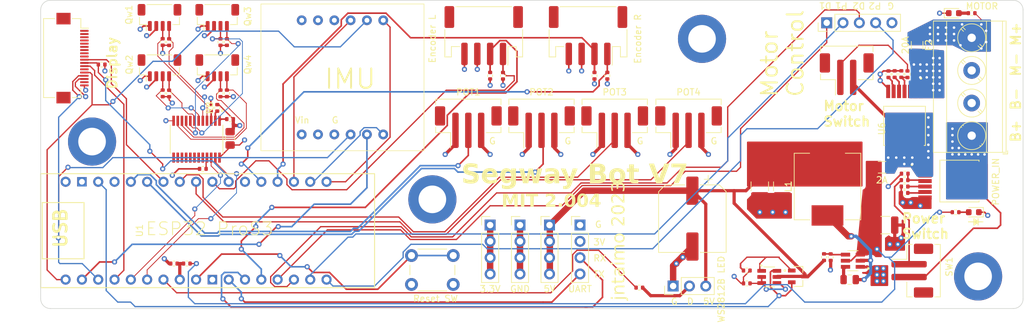
<source format=kicad_pcb>
(kicad_pcb (version 20221018) (generator pcbnew)
  (title_block (title "Segway Bot V7") (date "2023-07-27") (rev "V1") (company "MIT"))
  (layers (0 "F.Cu" signal) (1 "In1.Cu" power) (2 "In2.Cu" power) (31 "B.Cu" signal) (34 "B.Paste" user) (35 "F.Paste" user) (36 "B.SilkS" user "B.Silkscreen") (37 "F.SilkS" user "F.Silkscreen") (38 "B.Mask" user) (39 "F.Mask" user) (44 "Edge.Cuts" user))
  (net 0 "")
  (net 1 "+3.3V")
  (net 3 "GND")
  (net 4 "/SCK")
  (net 5 "/MISO")
  (net 6 "/IMU_INT")
  (net 8 "/IMU_RST")
  (net 9 "/MOSI")
  (net 10 "/IMU_CS")
  (net 11 "Net-(U3-SW)")
  (net 12 "Net-(U3-VBST)")
  (net 13 "/VBAT")
  (net 14 "/BUCK_5V")
  (net 15 "/VBAT_IN")
  (net 16 "Net-(D1-A)")
  (net 17 "Net-(D2-A)")
  (net 18 "/HALL_L_A")
  (net 19 "/HALL_L_B")
  (net 20 "/HALL_R_A")
  (net 21 "/HALL_R_B")
  (net 22 "Net-(J2-Pin_2)")
  (net 23 "/SCL")
  (net 24 "/SDA")
  (net 25 "/TX")
  (net 26 "/RX")
  (net 27 "/DIR1")
  (net 28 "/DIR2")
  (net 29 "/A0")
  (net 30 "/A1")
  (net 31 "/A3")
  (net 32 "/A4")
  (net 33 "Net-(Q1-Pad1)")
  (net 34 "Net-(Q1-Pad2)")
  (net 35 "+5V")
  (net 36 "/SD0")
  (net 37 "/SC0")
  (net 38 "/SD1")
  (net 39 "/SC1")
  (net 40 "/SD2")
  (net 41 "/SC2")
  (net 42 "/SD3")
  (net 43 "/SC3")
  (net 44 "Net-(U3-VFB)")
  (net 45 "/WS2812")
  (net 46 "Net-(U5-CS)")
  (net 47 "/RST")
  (net 49 "/TFT_CS")
  (net 50 "/BAT_READING")
  (net 51 "/TFT_D{slash}C")
  (net 52 "/VBAT_MCU")
  (net 72 "/VBAT_MOTOR")
  (net 73 "/TFT_RST")
  (net 74 "Net-(U6-CS)")
  (net 75 "/PWM1")
  (net 76 "/PWM2")
  (net 77 "Net-(U2-~{RESET})")
  (net 78 "Net-(U2-A0)")
  (net 79 "Net-(U2-A1)")
  (net 80 "Net-(U2-A2)")
  (net 81 "Net-(U5-SE)")
  (net 82 "Net-(U6-SE)")
  (net 83 "Net-(R_MTR1-Pad1)")
  (net 84 "Net-(U6-INPUT)")
  (net 85 "Net-(R_PWR1-Pad1)")
  (net 86 "Net-(U5-INPUT)")
  (net 88 "/VBAT_MOTOR_PRE")
  (footprint "Connector_PinHeader_2.54mm:PinHeader_1x04_P2.54mm_Vertical" (layer "F.Cu") (at 180.25 130)
    (fp_text reference "J1" hide)
    (fp_text value "5V")
  )
  (footprint "Connector_JST:JST_SH_BM04B-SRSS-TB_1x04-1MP_P1.00mm_Vertical" (layer "F.Cu") (at 119.5 97.675)
    (fp_text reference "Qw1")
    (fp_text value "Qwiic" hide)
  )
  (footprint "Resistor_SMD:R_0402_1005Metric" (layer "F.Cu") (at 129 101.5 -90)
    (fp_text reference "RSD2" hide)
    (fp_text value "10k" hide)
  )
  (footprint "MountingHole:MountingHole_4.3mm_M4_DIN965_Pad" (layer "F.Cu") (at 109 117)
    (fp_text reference "REF**" hide)
    (fp_text value "MountingHole_4.3mm_M4_DIN965_Pad")
  )
  (footprint "footprints:SOT91P240X110-3N" (layer "F.Cu") (at 219 138)
    (fp_text reference "Q2" hide)
    (fp_text value "DMG2305UX-13")
  )
  (footprint "Connector_PinHeader_2.54mm:PinHeader_1x03_P2.54mm_Vertical" (layer "F.Cu") (at 199.5 139.5 90)
    (fp_text reference "J2" hide)
    (fp_text value "WS2812B LED")
  )
  (footprint "Fuse:Fuse_1206_3216Metric" (layer "F.Cu") (at 237.5 102 -90)
    (fp_text reference "F2")
    (fp_text value "20A")
  )
  (footprint "Connector_JST:JST_PH_S4B-PH-SM4-TB_1x04-1MP_P2.00mm_Horizontal" (layer "F.Cu") (at 186.25 100.5 180)
    (fp_text reference "E2" hide)
    (fp_text value "Encoder R")
  )
  (footprint "Resistor_SMD:R_0402_1005Metric" (layer "F.Cu") (at 171 106.74 90)
    (fp_text reference "R2" hide)
    (fp_text value "10K" hide)
  )
  (footprint "2.004:SOP65P640X120-24N" (layer "F.Cu") (at 125.275 116.63 -90)
    (fp_text reference "U2" hide)
    (fp_text value "TCA9548APWR" hide)
  )
  (footprint "Resistor_SMD:R_0402_1005Metric" (layer "F.Cu") (at 235.54 125 180)
    (fp_text reference "RSE1" hide)
    (fp_text value "15k" hide)
  )
  (footprint "Resistor_SMD:R_0402_1005Metric" (layer "F.Cu") (at 127.5 111.76 -90)
    (fp_text reference "R_I2C_PULLUP1" hide)
    (fp_text value "10K")
  )
  (footprint "Resistor_SMD:R_0402_1005Metric" (layer "F.Cu") (at 120 109.49 -90)
    (fp_text reference "RSD1" hide)
    (fp_text value "10k" hide)
  )
  (footprint "2.004:SOT95P280X110-6N" (layer "F.Cu") (at 227.5 135.5575 180)
    (fp_text reference "U3" hide)
    (fp_text value "TPS564208DDCT")
  )
  (footprint "Resistor_SMD:R_0402_1005Metric" (layer "F.Cu") (at 235.55 124 180)
    (fp_text reference "RCs1" hide)
    (fp_text value "15k" hide)
  )
  (footprint "Resistor_SMD:R_0402_1005Metric" (layer "F.Cu") (at 210.965 137.085)
    (fp_text reference "R_ZVD_2" hide)
    (fp_text value "47K")
  )
  (footprint "Resistor_SMD:R_0402_1005Metric" (layer "F.Cu") (at 233.04 106.51 90)
    (fp_text reference "RSE2" hide)
    (fp_text value "15k")
  )
  (footprint "Resistor_SMD:R_0402_1005Metric" (layer "F.Cu") (at 121 109.51 -90)
    (fp_text reference "RSC1" hide)
    (fp_text value "10k")
  )
  (footprint "Resistor_SMD:R_0402_1005Metric" (layer "F.Cu") (at 194.24 139.75)
    (fp_text reference "R_LED1" hide)
    (fp_text value "220Ω")
  )
  (footprint "footprints:ProS3_TH" (layer "F.Cu") (at 125.2 130.86 90)
    (fp_text reference "U1")
    (fp_text value "ProS3")
  )
  (footprint "Connector_PinHeader_2.54mm:PinHeader_1x05_P2.54mm_Vertical" (layer "F.Cu") (at 223.42 98.5 90)
    (fp_text reference "J8" hide)
    (fp_text value "Motor Control" hide)
  )
  (footprint "Connector_PinHeader_2.54mm:PinHeader_1x04_P2.54mm_Vertical" (layer "F.Cu") (at 171 130)
    (fp_text reference "J3" hide)
    (fp_text value "3.3V")
  )
  (footprint "Connector_PinHeader_2.54mm:PinHeader_1x04_P2.54mm_Vertical" (layer "F.Cu") (at 185 130)
    (fp_text reference "J7" hide)
    (fp_text value "UART")
  )
  (footprint "Resistor_SMD:R_0402_1005Metric" (layer "F.Cu") (at 121.75 136 180)
    (fp_text reference "RBAT2" hide)
    (fp_text value "2k")
  )
  (footprint "Connector_JST:JST_PH_B2B-PH-SM4-TB_1x02-1MP_P2.00mm_Vertical" (layer "F.Cu") (at 236.75 137.1 -90)
    (fp_text reference "SW1")
    (fp_text value "SW_PWR")
  )
  (footprint "Capacitor_SMD:C_1210_3225Metric" (layer "F.Cu") (at 232.54 130.0075)
    (fp_text reference "Cin1" hide)
    (fp_text value "10uF" hide)
  )
  (footprint "LED_SMD:LED_0603_1608Metric" (layer "F.Cu") (at 243.2125 97)
    (fp_text reference "D1" hide)
    (fp_text value "MOTOR_LED" hide)
  )
  (footprint "Capacitor_SMD:C_0805_2012Metric_Pad1.18x1.45mm_HandSolder" (layer "F.Cu") (at 130.5 116.5 90)
    (fp_text reference "C_i2C1" hide)
    (fp_text value "10uF")
  )
  (footprint "Connector_JST:JST_PH_B2B-PH-SM4-TB_1x02-1MP_P2.00mm_Vertical" (layer "F.Cu") (at 226.54 106.5)
    (fp_text reference "SW2" hide)
    (fp_text value "SW_PWR" hide)
  )
  (footprint "LED_SMD:LED_0603_1608Metric" (layer "F.Cu") (at 246.3275 128 180)
    (fp_text reference "D2" hide)
    (fp_text value "Power LED" hide)
  )
  (footprint "Resistor_SMD:R_0402_1005Metric" (layer "F.Cu") (at 234 106.49 90)
    (fp_text reference "RCs2" hide)
    (fp_text value "15k")
  )
  (footprint "Resistor_SMD:R_0402_1005Metric" (layer "F.Cu") (at 224.04 135.01 -90)
    (fp_text reference "Rfbb1" hide)
    (fp_text value "10k" hide)
  )
  (footprint "Connector_JST:JST_SH_BM04B-SRSS-TB_1x04-1MP_P1.00mm_Vertical" (layer "F.Cu") (at 128.5 105.5)
    (fp_text reference "Qw4")
    (fp_text value "Qwiic" hide)
  )
  (footprint "Connector_PinHeader_2.54mm:PinHeader_1x04_P2.54mm_Vertical" (layer "F.Cu") (at 175.65 130)
    (fp_text reference "J4" hide)
    (fp_text value "GND")
  )
  (footprint "Capacitor_SMD:CP_Elec_10x12.6" (layer "F.Cu") (at 202.5 129 -90)
    (fp_text reference "C_LED1" hide)
    (fp_text value "1000uF")
  )
  (footprint "Resistor_SMD:R_0402_1005Metric" (layer "F.Cu") (at 121 101.51 -90)
    (fp_text reference "RSC0" hide)
    (fp_text value "10k" hide)
  )
  (footprint "Resistor_SMD:R_0402_1005Metric" (layer "F.Cu") (at 130.49 113.5)
    (fp_text reference "R7" hide)
    (fp_text value "10K")
  )
  (footprint "Resistor_SMD:R_0402_1005Metric" (layer "F.Cu") (at 223 135 90)
    (fp_text reference "Rfbt1" hide)
    (fp_text value "56.2k" hide)
  )
  (footprint "Resistor_SMD:R_0402_1005Metric" (layer "F.Cu") (at 235.57 122 180)
    (fp_text reference "R_PWR2" hide)
    (fp_text value "15k" hide)
  )
  (footprint "Resistor_SMD:R_0402_1005Metric" (layer "F.Cu") (at 236 106.51 -90)
    (fp_text reference "R_MTR1" hide)
    (fp_text value "15k")
  )
  (footprint "Resistor_SMD:R_0402_1005Metric" (layer "F.Cu") (at 130 109.49 -90)
    (fp_text reference "RSC3" hide)
    (fp_text value "10k" hide)
  )
  (footprint "Inductor_SMD:L_Vishay_IHLP-4040" (layer "F.Cu") (at 223.54 124 90)
    (fp_text reference "L1")
    (fp_text value "3.3uH" hide)
  )
  (footprint "MountingHole:MountingHole_4.3mm_M4_DIN965_Pad" (layer "F.Cu") (at 204 101)
    (fp_text reference "REF**" hide)
    (fp_text value "MountingHole_4.3mm_M4_DIN965_Pad" hide)
  )
  (footprint "Connector_JST:JST_SH_BM04B-SRSS-TB_1x04-1MP_P1.00mm_Vertical" (layer "F.Cu") (at 119.5 105.5)
    (fp_text reference "Qw2")
    (fp_text value "Qwiic" hide)
  )
  (footprint "Capacitor_SMD:C_0805_2012Metric" (layer "F.Cu") (at 227 138.5 180)
    (fp_text reference "Cbst1" hide)
    (fp_text value "0.1uF" hide)
  )
  (footprint "Resistor_SMD:R_0402_1005Metric" (layer "F.Cu") (at 123.75 136 180)
    (fp_text reference "RBAT1" hide)
    (fp_text value "8.2k")
  )
  (footprint "Resistor_SMD:R_0402_1005Metric" (layer "F.Cu") (at 173 106.75 90)
    (fp_text reference "R1" hide)
    (fp_text value "10K" hide)
  )
  (footprint "Button_Switch_THT:SW_PUSH_6mm" (layer "F.Cu") (at 158.75 134.75)
    (fp_text reference "SW3" hide)
    (fp_text value "Reset SW")
  )
  (footprint "Resistor_SMD:R_0402_1005Metric" (layer "F.Cu") (at 235.55 123)
    (fp_text reference "R_PWR1" hide)
    (fp_text value "15k" hide)
  )
  (footprint "Resistor_SMD:R_0402_1005Metric" (layer "F.Cu") (at 210.965 139.085 180)
    (fp_text reference "R_ZVD_1" hide)
    (fp_text value "10K")
  )
  (footprint "Resistor_SMD:R_0402_1005Metric" (layer "F.Cu") (at 129 109.5 -90)
    (fp_text reference "RSD3" hide)
    (fp_text value "10k" hide)
  )
  (footprint "Resistor_SMD:R_0402_1005Metric" (layer "F.Cu") (at 235.04 106.49 90)
    (fp_text reference "R_MTR2" hide)
    (fp_text value "15k")
  )
  (footprint "Connector_JST:JST_SH_BM04B-SRSS-TB_1x04-1MP_P1.00mm_Vertical" (layer "F.Cu") (at 128.5 97.675)
    (fp_text reference "Qw3")
    (fp_text value "Qwiic" hide)
  )
  (footprint "Connector_JST:JST_PH_B3B-PH-SM4-TB_1x03-1MP_P2.00mm_Vertical" (layer "F.Cu") (at 190.4 114.75)
    (fp_text reference "POT3")
    (fp_text value "10K" hide)
  )
  (footprint "Resistor_SMD:R_0402_1005Metric" (layer "F.Cu") (at 245.99 97 180)
    (fp_text reference "R_MOTOR1" hide)
    (fp_text value "1kΩ" hide)
  )
  (footprint "Adafruit:Adafruit_BNO085" (layer "F.Cu") (at 136.57 105.73 90)
    (fp_text reference "A1" hide)
    (fp_text value "BNO085" hide)
  )
  (footprint "Resistor_SMD:R_0402_1005Metric" (layer "F.Cu") (at 189.25 106.74 90)
    (fp_text reference "R3" hide)
    (fp_text value "10K")
  )
  (footprint "Connector_JST:JST_PH_B3B-PH-SM4-TB_1x03-1MP_P2.00mm_Vertical" (layer "F.Cu") (at 201.9 114.75)
    (fp_text reference "POT4")
    (fp_text value "10K" hide)
  )
  (footprint "MountingHole:MountingHole_4.3mm_M4_DIN965_Pad" (layer "F.Cu") (at 162 126)
    (fp_text reference "REF**" hide)
    (fp_text value "MountingHole_4.3mm_M4_DIN965_Pad")
  )
  (footprint "Capacitor_SMD:C_1210_3225Metric" (layer "F.Cu") (at 213 123.975 -90)
    (fp_text reference "Cout2" hide)
    (fp_text value "22uF")
  )
  (footprint "Resistor_SMD:R_0402_1005Metric" (layer "F.Cu") (at 120 101.49 -90)
    (fp_text reference "RSD0" hide)
    (fp_text value "10k" hide)
  )
  (footprint "2.004:DPAK85P972X240-8N" (layer "F.Cu") (at 243.0925 123.15)
    (fp_text reference "U5" hide)
    (fp_text value "POWER_IN")
  )
  (footprint "Fuse:Fuse_1206_3216Metric" (layer "F.Cu") (at 232.04 121 180)
    (fp_text reference "F1")
    (fp_text value "2A")
  )
  (footprint "Connector_JST:JST_PH_B3B-PH-SM4-TB_1x03-1MP_P2.00mm_Vertical" (layer "F.Cu") (at 179 114.75)
    (fp_text reference "POT2")
    (fp_text value "10K" hide)
  )
  (footprint "Resistor_SMD:R_0402_1005Metric" (layer "F.Cu") (at 128.5 111.75 90)
    (fp_text reference "R8")
    (fp_text value "10K")
  )
  (footprint "Resistor_SMD:R_0402_1005Metric" (layer "F.Cu") (at 243.49 128 180)
    (fp_text reference "R_PWR_LED1" hide)
    (fp_text value "1kΩ" hide)
  )
  (footprint "Connector_JST:JST_PH_S4B-PH-SM4-TB_1x04-1MP_P2.00mm_Horizontal" (layer "F.Cu") (at 170 100.5 180)
    (fp_text reference "E1" hide)
    (fp_text value "Encoder L")
  )
  (footprint "Resistor_SMD:R_0402_1005Metric" (layer "F.Cu") (at 126.25 121.25 180)
    (fp_text reference "R9" hide)
    (fp_text value "10K" hide)
  )
  (footprint "footprints:SOT95P285X140-6N" (layer "F.Cu") (at 214.475 138.085)
    (fp_text reference "Q1" hide)
    (fp_text value "DMMT5401-7-F")
  )
  (footprint "MountingHole:MountingHole_4.3mm_M4_DIN965_Pad" (layer "F.Cu") (at 247 138)
    (fp_text reference "REF**" hide)
    (fp_text value "MountingHole_4.3mm_M4_DIN965_Pad" hide)
  )
  (footprint "TerminalBlock_Phoenix:TerminalBlock_Phoenix_MKDS-3-4-5.08_1x04_P5.08mm_Horizontal" (layer "F.Cu") (at 246 116.08 90)
    (fp_text reference "J10" hide)
    (fp_text value "Power IO" hide)
  )
  (footprint "Resistor_SMD:R_0402_1005Metric" (layer "F.Cu") (at 130 101.5 -90)
    (fp_text reference "RSC2" hide)
    (fp_text value "10k" hide)
  )
  (footprint "Resistor_SMD:R_0402_1005Metric" (layer "F.Cu") (at 110.49 105 180)
    (fp_text reference "R_TFT1" hide)
    (fp_text value "10K")
  )
  (footprint "Resistor_SMD:R_0402_1005Metric" (layer "F.Cu") (at 187.25 106.74 90)
    (fp_text reference "R4" hide)
    (fp_text value "10K" hide)
  )
  (footprint "2.004:DPAK85P972X240-8N" (layer "F.Cu") (at 235.54 113.5525 -90)
    (fp_text reference "U6")
    (fp_text value "MOTOR_PWR" hide)
  )
  (footprint "Connector_FFC-FPC:Hirose_FH12-18S-0.5SH_1x18-1MP_P0.50mm_Horizontal" (layer "F.Cu") (at 105.95 104 -90)
    (fp_text reference "U4" hide)
    (fp_text value "EYESPI")
  )
  (footprint "Connector_JST:JST_PH_B3B-PH-SM4-TB_1x03-1MP_P2.00mm_Vertical" (layer "F.Cu") (at 167.6 114.75)
    (fp_text reference "POT1")
    (fp_text value "10K" hide)
  )
  (footprint "Capacitor_SMD:C_1210_3225Metric" (layer "F.Cu") (at 216.5 123.975 -90)
    (fp_text reference "Cout1" hide)
    (fp_text value "22uF")
  )
  (gr_line (start 107.75 135.25) (end 107.75 126.5) (stroke (width 0.15)) (layer "F.SilkS"))
  (gr_line (start 247 130) (end 247 129) (stroke (width 0.15)) (layer "F.SilkS"))
  (gr_line (start 101.25 126.5) (end 101.25 135.25) (stroke (width 0.15)) (layer "F.SilkS"))
  (gr_line (start 101.25 135.25) (end 107.75 135.25) (stroke (width 0.15)) (layer "F.SilkS"))
  (gr_poly (pts (xy 246.346153 130.019231) (xy 246.346153 129.019231) (xy 247.096153 129.519231)) (stroke (width 0.15)) (fill solid) (layer "F.SilkS"))
  (gr_line (start 107.75 126.5) (end 101.25 126.5) (stroke (width 0.15)) (layer "F.SilkS"))
  (gr_rect (start 101 122) (end 153 139.75) (stroke (width 0.15)) (fill none) (layer "F.SilkS"))
  (gr_line (start 245.5 129.5) (end 247.75 129.5) (stroke (width 0.15)) (layer "F.SilkS"))
  (gr_arc (start 254 141.5) (mid 253.56066 142.56066) (end 252.5 143) (stroke (width 0.1)) (layer "Edge.Cuts"))
  (gr_line (start 252.5 95) (end 102.5 95) (stroke (width 0.1)) (layer "Edge.Cuts"))
  (gr_arc (start 252.5 95) (mid 253.56066 95.43934) (end 254 96.5) (stroke (width 0.1)) (layer "Edge.Cuts"))
  (gr_line (start 254 141.5) (end 254 96.5) (stroke (width 0.1)) (layer "Edge.Cuts"))
  (gr_line (start 102.5 143) (end 252.5 143) (stroke (width 0.1)) (layer "Edge.Cuts"))
  (gr_arc (start 101 96.5) (mid 101.43934 95.43934) (end 102.5 95) (stroke (width 0.1)) (layer "Edge.Cuts"))
  (gr_arc (start 102.5 143) (mid 101.43934 142.56066) (end 101 141.5) (stroke (width 0.1)) (layer "Edge.Cuts"))
  (gr_line (start 101 96.5) (end 101 141.5) (stroke (width 0.1)) (layer "Edge.Cuts"))
  (gr_text "G" (at 182.5 117.5) (layer "F.SilkS") (effects (font (size 1 1)) (justify left bottom)))
  (gr_text "G" (at 234 95.25 180) (layer "F.SilkS") (effects (font (size 1 1)) (justify left bottom)))
  (gr_text "G" (at 170.75 117.5) (layer "F.SilkS") (effects (font (size 1 1)) (justify left bottom)))
  (gr_text "ESP32 ProS3" (at 117.25 131.75) (layer "F.SilkS") (effects (font (size 2 2)) (justify left bottom)))
  (gr_text "M-" (at 253.75 107 90) (layer "F.SilkS") (effects (font (size 1.5 1.5) (thickness 0.3) bold) (justify left bottom)))
  (gr_text "G" (at 193.75 117.5) (layer "F.SilkS") (effects (font (size 1 1)) (justify left bottom)))
  (gr_text "Motor \nSwitch" (at 222.75 114.75) (layer "F.SilkS") (effects (font (size 1.5 1.5) (thickness 0.3) bold) (justify left bottom)))
  (gr_text "RX" (at 187 135.75) (layer "F.SilkS") (effects (font (size 1 1)) (justify left bottom)))
  (gr_text "D2" (at 229.5 95.25 180) (layer "F.SilkS") (effects (font (size 1 1)) (justify left bottom)))
  (gr_text "Motor\nControl" (at 220 110.25 90) (layer "F.SilkS") (effects (font (size 2.5 2.5) (thickness 0.3) bold) (justify left bottom)))
  (gr_text "IMU" (at 145 109) (layer "F.SilkS") (effects (font (size 3 3) (thickness 0.3) bold) (justify left bottom)))
  (gr_text "Power\nSwitch" (at 235 132.25) (layer "F.SilkS") (effects (font (size 1.5 1.5) (thickness 0.3) bold) (justify left bottom)))
  (gr_text "Vin" (at 140.5 114.25) (layer "F.SilkS") (effects (font (size 1 1)) (justify left bottom)))
  (gr_text "MIT 2.004" (at 172.75 127.5) (layer "F.SilkS") (effects (font (size 2 2) (thickness 0.4) bold) (justify left bottom)))
  (gr_text "TX" (at 187 138.25) (layer "F.SilkS") (effects (font (size 1 1)) (justify left bottom)))
  (gr_text "MOTOR" (at 245 96.5) (layer "F.SilkS") (effects (font (size 1 1)) (justify left bottom)))
  (gr_text "G" (at 187.25 130.5) (layer "F.SilkS") (effects (font (size 1 1)) (justify left bottom)))
  (gr_text "jntaimo 2023" (at 192.25 141.75 90) (layer "F.SilkS") (effects (font (size 2 2)) (justify left bottom)))
  (gr_text "5V" (at 204.08 142.5) (layer "F.SilkS") (effects (font (size 1 1)) (justify left bottom)))
  (gr_text "B-" (at 253.75 112.25 90) (layer "F.SilkS") (effects (font (size 1.5 1.5) (thickness 0.3) bold) (justify left bottom)))
  (gr_text "P2" (at 232 95.25 180) (layer "F.SilkS") (effects (font (size 1 1)) (justify left bottom)))
  (gr_text "Display" (at 113 109 90) (layer "F.SilkS") (effects (font (size 1.5 1.5) (thickness 0.3) bold) (justify left bottom)))
  (gr_text "D" (at 201.58 142.5) (layer "F.SilkS") (effects (font (size 1 1)) (justify left bottom)))
  (gr_text "B+" (at 253.75 117.25 90) (layer "F.SilkS") (effects (font (size 1.5 1.5) (thickness 0.3) bold) (justify left bottom)))
  (gr_text "G" (at 199.08 142.5) (layer "F.SilkS") (effects (font (size 1 1)) (justify left bottom)))
  (gr_text "G\n" (at 146.25 114.25) (layer "F.SilkS") (effects (font (size 1 1)) (justify left bottom)))
  (gr_text "G" (at 205.25 117.5) (layer "F.SilkS") (effects (font (size 1 1)) (justify left bottom)))
  (gr_text "Segway Bot V7" (at 166.5 124) (layer "F.SilkS") (effects (font (size 3 3) (thickness 0.6) bold) (justify left bottom)))
  (gr_text "USB" (at 105.25 133.75 90) (layer "F.SilkS") (effects (font (size 2 2) (thickness 0.4) bold) (justify left bottom)))
  (gr_text "3V" (at 187 133.25) (layer "F.SilkS") (effects (font (size 1 1)) (justify left bottom)))
  (gr_text "D1" (at 224.25 95.25 180) (layer "F.SilkS") (effects (font (size 1 1)) (justify left bottom)))
  (gr_text "M+" (at 253.75 102.25 90) (layer "F.SilkS") (effects (font (size 1.5 1.5) (thickness 0.3) bold) (justify left bottom)))
  (gr_text "P1" (at 226.75 95.25 180) (layer "F.SilkS") (effects (font (size 1 1)) (justify left bottom)))
  (segment (start 187.25 107.25) (end 187.25 108) (width 0.25) (layer "F.Cu") (net 1))
  (segment (start 130.5 117.85) (end 130.5 117.5375) (width 0.5) (layer "F.Cu") (net 1))
  (segment (start 120.98 102) (end 121 102.02) (width 0.2) (layer "F.Cu") (net 1))
  (segment (start 169 103.35) (end 169 105.75) (width 0.25) (layer "F.Cu") (net 1))
  (segment (start 171 132.54) (end 171 135.08) (width 1) (layer "F.Cu") (net 1))
  (segment (start 107.8 108.8) (end 108 109) (width 0.2) (layer "F.Cu") (net 1))
  (segment (start 126.771751 108.5) (end 126.5 108.5) (width 0.25) (layer "F.Cu") (net 1))
  (segment (start 129 110.01) (end 129.99 110.01) (width 0.2) (layer "F.Cu") (net 1))
  (segment (start 128 99.446751) (end 126.946751 100.5) (width 0.25) (layer "F.Cu") (net 1))
  (segment (start 117.946751 100.5) (end 117.5 100.5) (width 0.25) (layer "F.Cu") (net 1))
  (segment (start 171 107.25) (end 171 108.25) (width 0.25) (layer "F.Cu") (net 1))
  (segment (start 165.6 117.4) (end 164 119) (width 0.5) (layer "F.Cu") (net 1))
  (segment (start 130 110) (end 131 110) (width 0.2) (layer "F.Cu") (net 1))
  (segment (start 120.98 110) (end 121 110.02) (width 0.2) (layer "F.Cu") (net 1))
  (segment (start 177 115.25) (end 177 118) (width 0.5) (layer "F.Cu") (net 1))
  (segment (start 128 99) (end 128 99.446751) (width 0.25) (layer "F.Cu") (net 1))
  (segment (start 121 110.02) (end 121 110.5) (width 0.2) (layer "F.Cu") (net 1))
  (segment (start 119 99) (end 119 99.446751) (width 0.25) (layer "F.Cu") (net 1))
  (segment (start 171 135.08) (end 171 137.62) (width 1) (layer "F.Cu") (net 1))
  (segment (start 111 105) (end 111 106) (width 0.2) (layer "F.Cu") (net 1))
  (segment (start 119 106.825) (end 119 107.271751) (width 0.25) (layer "F.Cu") (net 1))
  (segment (start 199.9 115.25) (end 199.9 118.1) (width 0.5) (layer "F.Cu") (net 1))
  (segment (start 173 107.26) (end 173 108.25) (width 0.25) (layer "F.Cu") (net 1))
  (segment (start 131.9625 117.5375) (end 132.75 116.75) (width 0.2) (layer "F.Cu") (net 1))
  (segment (start 165.6 115.25) (end 165.6 117.4) (width 0.5) (layer "F.Cu") (net 1))
  (segment (start 128.85 119.5) (end 130.5 117.85) (width 0.2) (layer "F.Cu") (net 1))
  (segment (start 128 106.825) (end 128 107.271751) (width 0.25) (layer "F.Cu") (net 1))
  (segment (start 129.99 110.01) (end 130 110) (width 0.2) (layer "F.Cu") (net 1))
  (segment (start 128 107.271751) (end 126.771751 108.5) (width 0.25) (layer "F.Cu") (net 1))
  (segment (start 120 110) (end 120.98 110) (width 0.2) (layer "F.Cu") (net 1))
  (segment (start 121 110.5) (end 121.5 111) (width 0.2) (layer "F.Cu") (net 1))
  (segment (start 120 102) (end 120.98 102) (width 0.2) (layer "F.Cu") (net 1))
  (segment (start 126.946751 100.5) (end 126.5 100.5) (width 0.25) (layer "F.Cu") (net 1))
  (segment (start 199.9 118.1) (end 199 119) (width 0.5) (layer "F.Cu") (net 1))
  (segment (start 119 99.446751) (end 117.946751 100.5) (width 0.25) (layer "F.Cu") (net 1))
  (segment (start 171 130) (end 171 132.54) (width 1) (layer "F.Cu") (net 1))
  (segment (start 185.25 103.35) (end 185.25 106) (width 0.25) (layer "F.Cu") (net 1))
  (segment (start 117.771751 108.5) (end 117.5 108.5) (width 0.25) (layer "F.Cu") (net 1))
  (segment (start 130 102.01) (end 129 102.01) (width 0.2) (layer "F.Cu") (net 1))
  (segment (start 189.25 107.25) (end 189.25 108) (width 0.25) (layer "F.Cu") (net 1))
  (segment (start 129 102.01) (end 129 103.25) (width 0.2) (layer "F.Cu") (net 1))
  (segment (start 188.4 115.25) (end 188.4 117.6) (width 0.5) (layer "F.Cu") (net 1))
  (segment (start 188.4 117.6) (end 187 119) (width 0.5) (layer "F.Cu") (net 1))
  (segment (start 127.5 111.25) (end 127.5 110.25) (width 0.25) (layer "F.Cu") (net 1))
  (segment (start 119 107.271751) (end 117.771751 108.5) (width 0.25) (layer "F.Cu") (net 1))
  (segment (start 120 102) (end 120 103.25) (width 0.2) (layer "F.Cu") (net 1))
  (segment (start 130.5 117.5375) (end 131.9625 117.5375) (width 0.2) (layer "F.Cu") (net 1))
  (segment (start 177 118) (end 176 119) (width 0.5) (layer "F.Cu") (net 1))
  (segment (start 107.8 108.25) (end 107.8 108.8) (width 0.2) (layer "F.Cu") (net 1))
  (via (at 120 103.25) (size 0.8) (drill 0.4) (layers "F.Cu" "B.Cu") (net 1))
  (via (at 111 106) (size 0.8) (drill 0.4) (layers "F.Cu" "B.Cu") (net 1))
  (via (at 176 119) (size 0.8) (drill 0.4) (layers "F.Cu" "B.Cu") (net 1))
  (via (at 169 105.75) (size 0.8) (drill 0.4) (layers "F.Cu" "B.Cu") (net 1))
  (via (at 117.5 100.5) (size 0.8) (drill 0.4) (layers "F.Cu" "B.Cu") (net 1))
  (via (at 187 119) (size 0.8) (drill 0.4) (layers "F.Cu" "B.Cu") (net 1))
  (via (at 117.5 108.5) (size 0.8) (drill 0.4) (layers "F.Cu" "B.Cu") (net 1))
  (via (at 189.25 108) (size 0.8) (drill 0.4) (layers "F.Cu" "B.Cu") (net 1))
  (via (at 131 110) (size 0.8) (drill 0.4) (layers "F.Cu" "B.Cu") (net 1))
  (via (at 185.25 106) (size 0.8) (drill 0.4) (layers "F.Cu" "B.Cu") (net 1))
  (via (at 126.5 100.5) (size 0.8) (drill 0.4) (layers "F.Cu" "B.Cu") (net 1))
  (via (at 127.5 110.25) (size 0.8) (drill 0.4) (layers "F.Cu" "B.Cu") (net 1))
  (via (at 121.5 111) (size 0.8) (drill 0.4) (layers "F.Cu" "B.Cu") (net 1))
  (via (at 126.5 108.5) (size 0.8) (drill 0.4) (layers "F.Cu" "B.Cu") (net 1))
  (via (at 173 108.25) (size 0.8) (drill 0.4) (layers "F.Cu" "B.Cu") (net 1))
  (via (at 164 119) (size 0.8) (drill 0.4) (layers "F.Cu" "B.Cu") (net 1))
  (via (at 187.25 108) (size 0.8) (drill 0.4) (layers "F.Cu" "B.Cu") (net 1))
  (via (at 129 103.25) (size 0.8) (drill 0.4) (layers "F.Cu" "B.Cu") (net 1))
  (via (at 199 119) (size 0.8) (drill 0.4) (layers "F.Cu" "B.Cu") (net 1))
  (via (at 171 108.25) (size 0.8) (drill 0.4) (layers "F.Cu" "B.Cu") (net 1))
  (via (at 132.75 116.75) (size 0.8) (drill 0.4) (layers "F.Cu" "B.Cu") (net 1))
  (via (at 108 109) (size 0.8) (drill 0.4) (layers "F.Cu" "B.Cu") (net 1))
  (segment (start 122.5 121.25) (end 121.5 122.25) (width 0.25) (layer "F.Cu") (net 3))
  (segment (start 232.99 109.19) (end 232.99 108.74) (width 0.25) (layer "F.Cu") (net 3))
  (segment (start 201 134.85) (end 201 135) (width 1) (layer "F.Cu") (net 3))
  (segment (start 203.9 115.25) (end 203.9 117.9) (width 0.5) (layer "F.Cu") (net 3))
  (segment (start 181 118) (end 182 119) (width 0.5) (layer "F.Cu") (net 3))
  (segment (start 175.65 135.08) (end 175.65 137.62) (width 1) (layer "F.Cu") (net 3))
  (segment (start 234 105.98) (end 235.04 105.98) (width 0.25) (layer "F.Cu") (net 3))
  (segment (start 106.4 107.815686) (end 106.4 108.4) (width 0.2) (layer "F.Cu") (net 3))
  (segment (start 199.85 136) (end 199.5 136.35) (width 1) (layer "F.Cu") (net 3))
  (segment (start 131 114.9625) (end 131 114.25) (width 0.5) (layer "F.Cu") (net 3))
  (segment (start 233.98 106) (end 234 105.98) (width 0.25) (layer "F.Cu") (net 3))
  (segment (start 232.25 106) (end 233.04 106) (width 0.25) (layer "F.Cu") (net 3))
  (segment (start 203.9 117.9) (end 205 119) (width 0.5) (layer "F.Cu") (net 3))
  (segment (start 126.175 106.825) (end 125.5 107.5) (width 0.25) (layer "F.Cu") (net 3))
  (segment (start 235.04 124.99) (end 235.03 125) (width 0.25) (layer "F.Cu") (net 3))
  (segment (start 192.4 115.25) (end 192.4 117.4) (width 0.5) (layer "F.Cu") (net 3))
  (segment (start 127 106.825) (end 126.175 106.825) (width 0.25) (layer "F.Cu") (net 3))
  (segment (start 126 99) (end 125.5 99.5) (width 0.25) (layer "F.Cu") (net 3))
  (segment (start 210.085 139.085) (end 209 138) (width 0.2) (layer "F.Cu") (net 3))
  (segment (start 175.65 132.54) (end 175.65 135.08) (width 1) (layer "F.Cu") (net 3))
  (segment (start 127 99) (end 126 99) (width 0.25) (layer "F.Cu") (net 3))
  (segment (start 242.425 97) (end 241 97) (width 0.2) (layer "F.Cu") (net 3))
  (segment (start 181 115.25) (end 181 118) (width 0.5) (layer "F.Cu") (net 3))
  (segment (start 117.175 106.825) (end 116.5 107.5) (width 0.2) (layer "F.Cu") (net 3))
  (segment (start 231.75 107.5) (end 231.75 106.5) (width 0.25) (layer "F.Cu") (net 3))
  (segment (start 200 136) (end 199.85 136) (width 1) (layer "F.Cu") (net 3))
  (segment (start 120.51 113.76) (end 120.5 113.75) (width 0.127) (layer "F.Cu") (net 3))
  (segment (start 201 135) (end 200.85 135) (width 1) (layer "F.Cu") (net 3))
  (segment (start 232.99 108.74) (end 231.75 107.5) (width 0.25) (layer "F.Cu") (net 3))
  (segment (start 231.75 106.5) (end 232.25 106) (width 0.25) (layer "F.Cu") (net 3))
  (segment (start 130.5 115.4625) (end 131 114.9625) (width 0.5) (layer "F.Cu") (net 3))
  (segment (start 121.7 113.76) (end 120.51 113.76) (width 0.127) (layer "F.Cu") (net 3))
  (segment (start 233 124) (end 233.06 124) (width 0.25) (layer "F.Cu") (net 3))
  (segment (start 200.85 135) (end 200 135.85) (width 1) (layer "F.Cu") (net 3))
  (segment (start 202.5 133.35) (end 201 134.85) (width 1) (layer "F.Cu") (net 3))
  (segment (start 233.04 106) (end 233.98 106) (width 0.25) (layer "F.Cu") (net 3))
  (segment (start 192.4 117.4) (end 194 119) (width 0.5) (layer "F.Cu") (net 3))
  (segment (start 199.5 136.35) (end 199.5 139.5) (width 1) (layer "F.Cu") (net 3))
  (segment (start 118 106.825) (end 117.175 106.825) (width 0.2) (layer "F.Cu") (net 3))
  (segment (start 121 136) (end 120.25 135.25) (width 0.5) (layer "F.Cu") (net 3))
  (segment (start 228.655 136.5075) (end 228.655 136.655) (width 0.25) (layer "F.Cu") (net 3))
  (segment (start 224.04 135.52) (end 224.04 136.96) (width 0.5) (layer "F.Cu") (net 3))
  (segment (start 125.74 121.25) (end 122.5 121.25) (width 0.25) (layer "F.Cu") (net 3))
  (segment (start 210.455 139.085) (end 210.085 139.085) (width 0.2) (layer "F.Cu") (net 3))
  (segment (start 233.06 124) (end 235.06 122) (width 0.25) (layer "F.Cu") (net 3))
  (segment (start 200 135.85) (end 200 136) (width 1) (layer "F.Cu") (net 3))
  (segment (start 169.6 117.6) (end 171 119) (width 0.5) (layer "F.Cu") (net 3))
  (segment (start 128.74 111.24) (end 131 113.5) (width 0.2) (layer "F.Cu") (net 3))
  (segment (start 128.5 111.24) (end 128.74 111.24) (width 0.2) (layer "F.Cu") (net 3))
  (segment (start 210.455 138.105) (end 211.475 137.085) (width 0.2) (layer "F.Cu") (net 3))
  (segment (start 131 114.25) (end 131.25 114.5) (width 0.5) (layer "F.Cu") (net 3))
  (segment (start 169.6 115.25) (end 169.6 117.6) (width 0.5) (layer "F.Cu") (net 3))
  (segment (start 117 99) (end 116.5 99.5) (width 0.25) (layer "F.Cu") (net 3))
  (segment (start 248 128) (end 248.5 128.5) (width 0.25) (layer "F.Cu") (net 3))
  (segment (start 107.8 107.25) (end 106.965686 107.25) (width 0.2) (layer "F.Cu") (net 3))
  (segment (start 167 103.35) (end 167 105.75) (width 0.25) (layer "F.Cu") (net 3))
  (segment (start 121.24 136) (end 121 136) (width 0.5) (layer "F.Cu") (net 3))
  (segment (start 210.455 139.085) (end 210.455 138.105) (width 0.2) (layer "F.Cu") (net 3))
  (segment (start 224.04 136.96) (end 224 137) (width 0.25) (layer "F.Cu") (net 3))
  (segment (start 183.25 103.35) (end 183.25 106) (width 0.25) (layer "F.Cu") (net 3))
  (segment (start 247.115 128) (end 248 128) (width 0.25) (layer "F.Cu") (net 3))
  (segment (start 175.65 130) (end 175.65 132.54) (width 1) (layer "F.Cu") (net 3))
  (segment (start 106.965686 107.25) (end 106.4 107.815686) (width 0.2) (layer "F.Cu") (net 3))
  (segment (start 131 114.25) (end 131 113.5) (width 0.5) (layer "F.Cu") (net 3))
  (segment (start 235.04 124) (end 235.04 124.99) (width 0.25) (layer "F.Cu") (net 3))
  (segment (start 131.25 114.5) (end 132 114.5) (width 0.5) (layer "F.Cu") (net 3))
  (segment (start 118 99) (end 117 99) (width 0.25) (layer "F.Cu") (net 3))
  (segment (start 106.4 108.4) (end 108 110) (width 0.2) (layer "F.Cu") (net 3))
  (via (at 125.5 107.5) (size 0.8) (drill 0.4) (layers "F.Cu" "B.Cu") (net 3))
  (via (at 194 119) (size 0.8) (drill 0.4) (layers "F.Cu" "B.Cu") (net 3))
  (via (at 121.5 122.25) (size 0.8) (drill 0.4) (layers "F.Cu" "B.Cu") (net 3))
  (via (at 200 136) (size 0.8) (drill 0.4) (layers "F.Cu" "B.Cu") (net 3))
  (via (at 248.5 128.5) (size 0.8) (drill 0.4) (layers "F.Cu" "B.Cu") (net 3))
  (via (at 224 137) (size 0.8) (drill 0.4) (layers "F.Cu" "B.Cu") (net 3))
  (via (at 205 119) (size 0.8) (drill 0.4) (layers "F.Cu" "B.Cu") (net 3))
  (via (at 182 119) (size 0.8) (drill 0.4) (layers "F.Cu" "B.Cu") (net 3))
  (via (at 238 127) (size 0.8) (drill 0.4) (layers "F.Cu" "B.Cu") (net 3))
  (via (at 108 110) (size 0.8) (drill 0.4) (layers "F.Cu" "B.Cu") (net 3))
  (via (at 116.5 107.5) (size 0.8) (drill 0.4) (layers "F.Cu" "B.Cu") (net 3))
  (via (at 213 128) (size 0.8) (drill 0.4) (layers "F.Cu" "B.Cu") (net 3))
  (via (at 209 138) (size 0.8) (drill 0.4) (layers "F.Cu" "B.Cu") (net 3))
  (via (at 171 119) (size 0.8) (drill 0.4) (layers "F.Cu" "B.Cu") (net 3))
  (via (at 132 114.5) (size 0.8) (drill 0.4) (layers "F.Cu" "B.Cu") (net 3))
  (via (at 235 132) (size 0.8) (drill 0.4) (layers "F.Cu" "B.Cu") (net 3))
  (via (at 234.5 133) (size 0.8) (drill 0.4) (layers "F.Cu" "B.Cu") (net 3))
  (via (at 235.25 126.5) (size 0.8) (drill 0.4) (layers "F.Cu" "B.Cu") (net 3))
  (via (at 232.25 138.75) (size 0.8) (drill 0.4) (layers "F.Cu" "B.Cu") (net 3))
  (via (at 231.75 106.5) (size 0.8) (drill 0.4) (layers "F.Cu" "B.Cu") (net 3))
  (via (at 231.25 137.75) (size 0.8) (drill 0.4) (layers "F.Cu" "B.Cu") (net 3))
  (via (at 236.5 126.5) (size 0.8) (drill 0.4) (layers "F.Cu" "B.Cu") (net 3))
  (via (at 215 128) (size 0.8) (drill 0.4) (layers "F.Cu" "B.Cu") (net 3))
  (via (at 233 124) (size 0.8) (drill 0.4) (layers "F.Cu" "B.Cu") (net 3))
  (via (at 201 135) (size 0.8) (drill 0.4) (layers "F.Cu" "B.Cu") (net 3))
  (via (at 183.25 106) (size 0.8) (drill 0.4) (layers "F.Cu" "B.Cu") (net 3))
  (via (at 167 105.75) (size 0.8) (drill 0.4) (layers "F.Cu" "B.Cu") (net 3))
  (via (at 241 97) (size 0.8) (drill 0.4) (layers "F.Cu" "B.Cu") (net 3))
  (via (at 231.25 138.75) (size 0.8) (drill 0.4) (layers "F.Cu" "B.Cu") (net 3))
  (via (at 125.5 99.5) (size 0.8) (drill 0.4) (layers "F.Cu" "B.Cu") (net 3))
  (via (at 232.25 137.75) (size 0.8) (drill 0.4) (layers "F.Cu" "B.Cu") (net 3))
  (via (at 116.5 99.5) (size 0.8) (drill 0.4) (layers "F.Cu" "B.Cu") (net 3))
  (via (at 120.5 113.75) (size 0.8) (drill 0.4) (layers "F.Cu" "B.Cu") (net 3))
  (via (at 231.75 107.5) (size 0.8) (drill 0.4) (layers "F.Cu" "B.Cu") (net 3))
  (via (at 232.25 136.75) (size 0.8) (drill 0.4) (layers "F.Cu" "B.Cu") (net 3))
  (via (at 231.25 136.75) (size 0.8) (drill 0.4) (layers "F.Cu" "B.Cu") (net 3))
  (via (at 120.25 135.25) (size 0.8) (drill 0.4) (layers "F.Cu" "B.Cu") (net 3))
  (via (at 233.25 133) (size 0.8) (drill 0.4) (layers "F.Cu" "B.Cu") (net 3))
  (via (at 217 128) (size 0.8) (drill 0.4) (layers "F.Cu" "B.Cu") (net 3))
  (segment (start 103.7926 122.4574) (end 103.7926 132.3326) (width 0.2) (layer "F.Cu") (net 4))
  (segment (start 106.9 106.75) (end 106 107.65) (width 0.2) (layer "F.Cu") (net 4))
  (segment (start 107.8 106.75) (end 106.9 106.75) (width 0.2) (layer "F.Cu") (net 4))
  (segment (start 106 107.65) (end 106 109) (width 0.2) (layer "F.Cu") (net 4))
  (segment (start 106 109) (end 107 110) (width 0.2) (layer "F.Cu") (net 4))
  (segment (start 105.25 121) (end 103.7926 122.4574) (width 0.2) (layer "F.Cu") (net 4))
  (via (at 105.25 121) (size 0.8) (drill 0.4) (layers "F.Cu" "B.Cu") (net 4))
  (via (at 107 110) (size 0.8) (drill 0.4) (layers "F.Cu" "B.Cu") (net 4))
  (via (at 103.75 132) (size 0.8) (drill 0.4) (layers "F.Cu" "B.Cu") (net 4))
  (segment (start 103.75 132) (end 103.7926 132.0426) (width 0.2) (layer "B.Cu") (net 4))
  (segment (start 110.677565 121.05) (end 105.3 121.05) (width 0.2) (layer "B.Cu") (net 4))
  (segment (start 149.27 115.89) (end 145.66 119.5) (width 0.2) (layer "B.Cu") (net 4))
  (segment (start 103.7926 132.0426) (end 103.7926 135.7926) (width 0.2) (layer "B.Cu") (net 4))
  (segment (start 112.227565 119.5) (end 110.677565 121.05) (width 0.2) (layer "B.Cu") (net 4))
  (segment (start 107.46 136) (end 109.96 138.5) (width 0.2) (layer "B.Cu") (net 4))
  (segment (start 105.3 121.05) (end 105.25 121) (width 0.2) (layer "B.Cu") (net 4))
  (segment (start 103.7926 131.9574) (end 103.75 132) (width 0.2) (layer "B.Cu") (net 4))
  (segment (start 103.7926 113.2074) (end 103.7926 131.9574) (width 0.2) (layer "B.Cu") (net 4))
  (segment (start 107 110) (end 103.7926 113.2074) (width 0.2) (layer "B.Cu") (net 4))
  (segment (start 145.66 119.5) (end 112.227565 119.5) (width 0.2) (layer "B.Cu") (net 4))
  (segment (start 103.7926 135.7926) (end 104 136) (width 0.2) (layer "B.Cu") (net 4))
  (segment (start 104 136) (end 107.46 136) (width 0.2) (layer "B.Cu") (net 4))
  (segment (start 137.75 130.25) (end 138 130.25) (width 0.25) (layer "F.Cu") (net 5))
  (segment (start 107.42 138.5) (end 110.17 135.75) (width 0.25) (layer "F.Cu") (net 5))
  (segment (start 135 133) (end 137.75 130.25) (width 0.25) (layer "F.Cu") (net 5))
  (segment (start 110.17 135.75) (end 112.5 135.75) (width 0.25) (layer "F.Cu") (net 5))
  (via (at 112.5 135.75) (size 0.8) (drill 0.4) (layers "F.Cu" "B.Cu") (net 5))
  (via (at 138 130.25) (size 0.8) (drill 0.4) (layers "F.Cu" "B.Cu") (net 5))
  (via (at 135 133) (size 0.8) (drill 0.4) (layers "F.Cu" "B.Cu") (net 5))
  (segment (start 138 130.25) (end 140.103172 130.25) (width 0.25) (layer "B.Cu") (net 5))
  (segment (start 140.103172 130.25) (end 143.603172 126.75) (width 0.25) (layer "B.Cu") (net 5))
  (segment (start 149.25 126.75) (end 151.81 124.19) (width 0.25) (layer "B.Cu") (net 5))
  (segment (start 115.25 133) (end 135 133) (width 0.25) (layer "B.Cu") (net 5))
  (segment (start 112.5 135.75) (end 115.25 133) (width 0.25) (layer "B.Cu") (net 5))
  (segment (start 151.81 124.19) (end 151.81 115.89) (width 0.25) (layer "B.Cu") (net 5))
  (segment (start 143.603172 126.75) (end 149.25 126.75) (width 0.25) (layer "B.Cu") (net 5))
  (segment (start 153.288 114.828) (end 151.370105 114.828) (width 0.2) (layer "B.Cu") (net 6))
  (segment (start 150.748 116.002) (end 143.49 123.26) (width 0.2) (layer "B.Cu") (net 6))
  (segment (start 150.748 115.450105) (end 150.748 116.002) (width 0.2) (layer "B.Cu") (net 6))
  (segment (start 154.35 115.89) (end 153.288 114.828) (width 0.2) (layer "B.Cu") (net 6))
  (segment (start 151.370105 114.828) (end 150.748 115.450105) (width 0.2) (layer "B.Cu") (net 6))
  (segment (start 143.49 123.26) (end 142.98 123.26) (width 0.2) (layer "B.Cu") (net 6))
  (segment (start 140.44 106.94) (end 140.44 123.26) (width 0.2) (layer "F.Cu") (net 8))
  (segment (start 149.27 98.11) (end 140.44 106.94) (width 0.2) (layer "F.Cu") (net 8))
  (segment (start 109 106.55) (end 109 111.272435) (width 0.2) (layer "F.Cu") (net 9))
  (segment (start 102 137) (end 103.5 138.5) (width 0.2) (layer "F.Cu") (net 9))
  (segment (start 109 111.272435) (end 102 118.272435) (width 0.2) (layer "F.Cu") (net 9))
  (segment (start 107.8 106.25) (end 108.7 106.25) (width 0.2) (layer "F.Cu") (net 9))
  (segment (start 103.5 138.5) (end 104.88 138.5) (width 0.2) (layer "F.Cu") (net 9))
  (segment (start 102 118.272435) (end 102 137) (width 0.2) (layer "F.Cu") (net 9))
  (segment (start 108.7 106.25) (end 109 106.55) (width 0.2) (layer "F.Cu") (net 9))
  (segment (start 111.727565 111.272435) (end 112.25 110.75) (width 0.2) (layer "F.Cu") (net 9))
  (segment (start 109 111.272435) (end 111.727565 111.272435) (width 0.2) (layer "F.Cu") (net 9))
  (via (at 112.25 110.75) (size 0.8) (drill 0.4) (layers "F.Cu" "B.Cu") (net 9))
  (segment (start 147.67 102.25) (end 151.81 98.11) (width 0.2) (layer "B.Cu") (net 9))
  (segment (start 138.05 99.8) (end 140.5 102.25) (width 0.2) (layer "B.Cu") (net 9))
  (segment (start 140.5 102.25) (end 147.67 102.25) (width 0.2) (layer "B.Cu") (net 9))
  (segment (start 121.51005 104.5) (end 126.21005 99.8) (width 0.2) (layer "B.Cu") (net 9))
  (segment (start 112.25 110.75) (end 118.5 104.5) (width 0.2) (layer "B.Cu") (net 9))
  (segment (start 118.5 104.5) (end 121.51005 104.5) (width 0.2) (layer "B.Cu") (net 9))
  (segment (start 126.21005 99.8) (end 138.05 99.8) (width 0.2) (layer "B.Cu") (net 9))
  (segment (start 154.35 98.11) (end 155.412 99.172) (width 0.2) (layer "F.Cu") (net 10))
  (segment (start 155.412 116.329895) (end 148.481895 123.26) (width 0.2) (layer "F.Cu") (net 10))
  (segment (start 155.412 99.172) (end 155.412 116.329895) (width 0.2) (layer "F.Cu") (net 10))
  (segment (start 148.481895 123.26) (end 145.52 123.26) (width 0.2) (layer "F.Cu") (net 10))
  (segment (start 230.25 135.5) (end 228.7125 135.5) (width 0.5) (layer "F.Cu") (net 11))
  (segment (start 226.7825 131.75) (end 223.54 128.5075) (width 1) (layer "F.Cu") (net 11))
  (segment (start 227.25 131.75) (end 226.7825 131.75) (width 1) (layer "F.Cu") (net 11))
  (segment (start 228.7125 135.5) (end 228.655 135.5575) (width 0.5) (layer "F.Cu") (net 11))
  (segment (start 227.95 138.5) (end 229.25 138.5) (width 0.5) (layer "F.Cu") (net 11))
  (via (at 229.25 138.5) (size 0.8) (drill 0.4) (layers "F.Cu" "B.Cu") (net 11))
  (via (at 227.25 131.75) (size 0.8) (drill 0.4) (layers "F.Cu" "B.Cu") (net 11))
  (via (at 230.25 135.5) (size 0.8) (drill 0.4) (layers "F.Cu" "B.Cu") (net 11))
  (segment (start 229.25 138.5) (end 230.25 137.5) (width 0.5) (layer "B.Cu") (net 11))
  (segment (start 228 131.75) (end 227.25 131.75) (width 0.5) (layer "B.Cu") (net 11))
  (segment (start 230.25 135.5) (end 230.25 134) (width 0.5) (layer "B.Cu") (net 11))
  (segment (start 230.25 137.5) (end 230.25 135.5) (width 0.5) (layer "B.Cu") (net 11))
  (segment (start 230.25 134) (end 228 131.75) (width 0.5) (layer "B.Cu") (net 11))
  (segment (start 226.05 136.8025) (end 226.345 136.5075) (width 0.5) (layer "F.Cu") (net 12))
  (segment (start 226.345 136.655) (end 226.345 136.5075) (width 0.2) (layer "F.Cu") (net 12))
  (segment (start 226.05 138.5) (end 226.05 136.8025) (width 0.5) (layer "F.Cu") (net 12))
  (segment (start 235.54 116) (end 227.54 108) (width 0.5) (layer "F.Cu") (net 13))
  (segment (start 227.54 108) (end 227.54 107) (width 0.5) (layer "F.Cu") (net 13))
  (via (at 235.5 119.5) (size 0.8) (drill 0.4) (layers "F.Cu" "B.Cu") (net 13))
  (via (at 239.25 119.5) (size 0.8) (drill 0.4) (layers "F.Cu" "B.Cu") (net 13))
  (via (at 239.25 114.75) (size 0.8) (drill 0.4) (layers "F.Cu" "B.Cu") (net 13))
  (via (at 239.25 116) (size 0.8) (drill 0.4) (layers "F.Cu" "B.Cu") (net 13))
  (via (at 239.25 117.5) (size 0.8) (drill 0.4) (layers "F.Cu" "B.Cu") (net 13))
  (via (at 234.25 119.5) (size 0.8) (drill 0.4) (layers "F.Cu" "B.Cu") (net 13))
  (via (at 233 119.5) (size 0.8) (drill 0.4) (layers "F.Cu" "B.Cu") (net 13))
  (via (at 236.75 119.5) (size 0.8) (drill 0.4) (layers "F.Cu" "B.Cu") (net 13))
  (via (at 239.25 113.25) (size 0.8) (drill 0.4) (layers "F.Cu" "B.Cu") (net 13))
  (via (at 239.25 118.5) (size 0.8) (drill 0.4) (layers "F.Cu" "B.Cu") (net 13))
  (via (at 236.75 120.5) (size 0.8) (drill 0.4) (layers "F.Cu" "B.Cu") (net 13))
  (via (at 235.5 120.5) (size 0.8) (drill 0.4) (layers "F.Cu" "B.Cu") (net 13))
  (segment (start 210.85 124.65) (end 213 122.5) (width 0.5) (layer "F.Cu") (net 14))
  (segment (start 219.5075 119.4925) (end 223.54 119.4925) (width 0.5) (layer "F.Cu") (net 14))
  (segment (start 209 124.65) (end 209 126.60719) (width 0.5) (layer "F.Cu") (net 14))
  (segment (start 180.3 132.54) (end 180.3 135.08) (width 1) (layer "F.Cu") (net 14))
  (segment (start 213 122.5) (end 216.5 122.5) (width 0.5) (layer "F.Cu") (net 14))
  (segment (start 202.5 124.65) (end 209 124.65) (width 0.5) (layer "F.Cu") (net 14))
  (segment (start 209 124.65) (end 210.85 124.65) (width 0.5) (layer "F.Cu") (net 14))
  (segment (start 209 126.60719) (end 220.025 137.63219) (width 0.5) (layer "F.Cu") (net 14))
  (segment (start 220.025 138) (end 215.745 138) (width 0.5) (layer "F.Cu") (net 14))
  (segment (start 180.3 130) (end 185.65 124.65) (width 1) (layer "F.Cu") (net 14))
  (segment (start 220.51 138) (end 223 135.51) (width 0.5) (layer "F.Cu") (net 14))
  (segment (start 215.745 138) (end 215.66 138.085) (width 0.2) (layer "F.Cu") (net 14))
  (segment (start 220.025 137.63219) (end 220.025 138) (width 0.5) (layer "F.Cu") (net 14))
  (segment (start 204.58 139.5) (end 204.58 126.73) (width 0.5) (layer "F.Cu") (net 14))
  (segment (start 204.58 126.73) (end 202.5 124.65) (width 0.5) (layer "F.Cu") (net 14))
  (segment (start 185.65 124.65) (end 202.5 124.65) (width 1) (layer "F.Cu") (net 14))
  (segment (start 220.025 138) (end 220.51 138) (width 0.5) (layer "F.Cu") (net 14))
  (segment (start 216.5 122.5) (end 219.5075 119.4925) (width 0.5) (layer "F.Cu") (net 14))
  (segment (start 180.3 135.08) (end 180.3 137.62) (width 1) (layer "F.Cu") (net 14))
  (segment (start 180.3 130) (end 180.3 132.54) (width 1) (layer "F.Cu") (net 14))
  (segment (start 250.5 128.11) (end 245.54 123.15) (width 0.25) (layer "F.Cu") (net 15))
  (segment (start 236.25 138.1) (end 238.677079 138.1) (width 0.25) (layer "F.Cu") (net 15))
  (segment (start 238.677079 138.1) (end 246.277079 130.5) (width 0.25) (layer "F.Cu") (net 15))
  (segment (start 246.277079 130.5) (end 250 130.5) (width 0.25) (layer "F.Cu") (net 15))
  (segment (start 250.5 130) (end 250.5 128.11) (width 0.25) (layer "F.Cu") (net 15))
  (segment (start 250 130.5) (end 250.5 130) (width 0.25) (layer "F.Cu") (net 15))
  (via (at 248 119) (size 0.8) (drill 0.4) (layers "F.Cu" "B.Cu") (net 15))
  (via (at 245 119) (size 0.8) (drill 0.4) (layers "F.Cu" "B.Cu") (net 15))
  (via (at 244 119) (size 0.8) (drill 0.4) (layers "F.Cu" "B.Cu") (net 15))
  (via (at 244 118) (size 0.8) (drill 0.4) (layers "F.Cu" "B.Cu") (net 15))
  (via (at 243 115) (size 0.8) (drill 0.4) (layers "F.Cu" "B.Cu") (net 15))
  (via (at 247 119) (size 0.8) (drill 0.4) (layers "F.Cu" "B.Cu") (net 15))
  (via (at 243 116) (size 0.8) (drill 0.4) (layers "F.Cu" "B.Cu") (net 15))
  (via (at 243 119) (size 0.8) (drill 0.4) (layers "F.Cu" "B.Cu") (net 15))
  (via (at 243 117) (size 0.8) (drill 0.4) (layers "F.Cu" "B.Cu") (net 15))
  (via (at 246 119) (size 0.8) (drill 0.4) (layers "F.Cu" "B.Cu") (net 15))
  (via (at 243 118) (size 0.8) (drill 0.4) (layers "F.Cu" "B.Cu") (net 15))
  (segment (start 244 97) (end 245.48 97) (width 0.5) (layer "F.Cu") (net 16))
  (segment (start 245.54 128) (end 244 128) (width 0.25) (layer "F.Cu") (net 17))
  (segment (start 139.3526 123.710416) (end 140.142184 124.5) (width 0.2) (layer "F.Cu") (net 18))
  (segment (start 148.66005 124.5) (end 164.16005 109) (width 0.2) (layer "F.Cu") (net 18))
  (segment (start 174.75 106.75) (end 173.51 106.75) (width 0.2) (layer "F.Cu") (net 18))
  (segment (start 131.3674 124.075616) (end 131.3674 123.1326) (width 0.2) (layer "F.Cu") (net 18))
  (segment (start 173.51 106.75) (end 173 106.24) (width 0.2) (layer "F.Cu") (net 18))
  (segment (start 134.5 120) (end 136.543016 120) (width 0.2) (layer "F.Cu") (net 18))
  (segment (start 136.543016 120) (end 139.3526 122.809584) (width 0.2) (layer "F.Cu") (net 18))
  (segment (start 127.74 123.26) (end 128.8274 124.3474) (width 0.2) (layer "F.Cu") (net 18))
  (segment (start 173.25 109) (end 174.75 107.5) (width 0.2) (layer "F.Cu") (net 18))
  (segment (start 131.095616 124.3474) (end 131.3674 124.075616) (width 0.2) (layer "F.Cu") (net 18))
  (segment (start 173 103.35) (end 173 106.24) (width 0.25) (layer "F.Cu") (net 18))
  (segment (start 128.8274 124.3474) (end 131.095616 124.3474) (width 0.2) (layer "F.Cu") (net 18))
  (segment (start 139.3526 122.809584) (end 139.3526 123.710416) (width 0.2) (layer "F.Cu") (net 18))
  (segment (start 164.16005 109) (end 173.25 109) (width 0.2) (layer "F.Cu") (net 18))
  (segment (start 140.142184 124.5) (end 148.66005 124.5) (width 0.2) (layer "F.Cu") (net 18))
  (segment (start 174.75 107.5) (end 174.75 106.75) (width 0.2) (layer "F.Cu") (net 18))
  (segment (start 131.3674 123.1326) (end 134.5 120) (width 0.2) (layer "F.Cu") (net 18))
  (segment (start 171 102.786827) (end 172.511827 101.275) (width 0.25) (layer "F.Cu") (net 19))
  (segment (start 167.805 109.425) (end 164.325 112.905) (width 0.25) (layer "F.Cu") (net 19))
  (segment (start 134.5 130.25) (end 132.25 132.5) (width 0.25) (layer "F.Cu") (net 19))
  (segment (start 132.25 132.5) (end 132.25 133.75) (width 0.25) (layer "F.Cu") (net 19))
  (segment (start 164.325 112.905) (end 164.325 114.488173) (width 0.25) (layer "F.Cu") (net 19))
  (segment (start 175.175 107.67604) (end 173.426041 109.425) (width 0.25) (layer "F.Cu") (net 19))
  (segment (start 171 103.35) (end 171 106.23) (width 0.25) (layer "F.Cu") (net 19))
  (segment (start 173.488173 101.275) (end 175.175 102.961827) (width 0.25) (layer "F.Cu") (net 19))
  (segment (start 164.325 114.488173) (end 151.563173 127.25) (width 0.25) (layer "F.Cu") (net 19))
  (segment (start 173.426041 109.425) (end 167.805 109.425) (width 0.25) (layer "F.Cu") (net 19))
  (segment (start 172.511827 101.275) (end 173.488173 101.275) (width 0.25) (layer "F.Cu") (net 19))
  (segment (start 171 106.23) (end 171 102.786827) (width 0.25) (layer "F.Cu") (net 19))
  (segment (start 151.563173 127.25) (end 137 127.25) (width 0.25) (layer "F.Cu") (net 19))
  (segment (start 175.175 102.961827) (end 175.175 107.67604) (width 0.25) (layer "F.Cu") (net 19))
  (via (at 132.25 133.75) (size 0.8) (drill 0.4) (layers "F.Cu" "B.Cu") (net 19))
  (via (at 134.5 130.25) (size 0.8) (drill 0.4) (layers "F.Cu" "B.Cu") (net 19))
  (via (at 137 127.25) (size 0.8) (drill 0.4) (layers "F.Cu" "B.Cu") (net 19))
  (segment (start 132.25 133.75) (end 135.36 136.86) (width 0.25) (layer "B.Cu") (net 19))
  (segment (start 135.36 136.86) (end 135.36 138.5) (width 0.25) (layer "B.Cu") (net 19))
  (segment (start 134.5 129.75) (end 134.5 130.25) (width 0.25) (layer "B.Cu") (net 19))
  (segment (start 137 127.25) (end 134.5 129.75) (width 0.25) (layer "B.Cu") (net 19))
  (segment (start 189.25 106.23) (end 187.975 107.505) (width 0.25) (layer "F.Cu") (net 20))
  (segment (start 133.25 118) (end 133.25 119.5) (width 0.25) (layer "F.Cu") (net 20))
  (segment (start 133.25 119.5) (end 132.25 120.5) (width 0.25) (layer "F.Cu") (net 20))
  (segment (start 187.025305 109.25) (end 176.75 109.25) (width 0.25) (layer "F.Cu") (net 20))
  (segment (start 187.975 107.505) (end 187.975 108.300305) (width 0.25) (layer "F.Cu") (net 20))
  (segment (start 189.25 103.35) (end 189.25 106.23) (width 0.25) (layer "F.Cu") (net 20))
  (segment (start 187.975 108.300305) (end 187.025305 109.25) (width 0.25) (layer "F.Cu") (net 20))
  (via (at 133.25 118) (size 0.8) (drill 0.4) (layers "F.Cu" "B.Cu") (net 20))
  (via (at 132.25 120.5) (size 0.8) (drill 0.4) (layers "F.Cu" "B.Cu") (net 20))
  (via (at 176.75 109.25) (size 0.8) (drill 0.4) (layers "F.Cu" "B.Cu") (net 20))
  (segment (start 142 109.25) (end 133.25 118) (width 0.25) (layer "B.Cu") (net 20))
  (segment (start 135.36 123.26) (end 132.6 120.5) (width 0.2) (layer "B.Cu") (net 20))
  (segment (start 176.75 109.25) (end 142 109.25) (width 0.25) (layer "B.Cu") (net 20))
  (segment (start 132.6 120.5) (end 132.25 120.5) (width 0.2) (layer "B.Cu") (net 20))
  (segment (start 147.817 98.96196) (end 138.75 108.02896) (width 0.25) (layer "F.Cu") (net 21))
  (segment (start 154.777251 97) (end 148.842749 97) (width 0.25) (layer "F.Cu") (net 21))
  (segment (start 187.25 102.786827) (end 185.288173 100.825) (width 0.25) (layer "F.Cu") (net 21))
  (segment (start 187.25 103.35) (end 187.25 106.23) (width 0.25) (layer "F.Cu") (net 21))
  (segment (start 187.25 106.23) (end 187.25 102.786827) (width 0.25) (layer "F.Cu") (net 21))
  (segment (start 148.842749 97) (end 147.817 98.025749) (width 0.25) (layer "F.Cu") (net 21))
  (segment (start 147.817 98.025749) (end 147.817 98.96196) (width 0.25) (layer "F.Cu") (net 21))
  (segment (start 185.288173 100.825) (end 158.602251 100.825) (width 0.25) (layer "F.Cu") (net 21))
  (segment (start 158.602251 100.825) (end 154.777251 97) (width 0.25) (layer "F.Cu") (net 21))
  (segment (start 138.75 108.02896) (end 138.75 120.5) (width 0.25) (layer "F.Cu") (net 21))
  (via (at 138.75 120.5) (size 0.8) (drill 0.4) (layers "F.Cu" "B.Cu") (net 21))
  (segment (start 138.75 120.5) (end 137.9 121.35) (width 0.25) (layer "B.Cu") (net 21))
  (segment (start 137.9 121.35) (end 137.9 123.26) (width 0.25) (layer "B.Cu") (net 21))
  (segment (start 196 141) (end 200.54 141) (width 0.5) (layer "F.Cu") (net 22))
  (segment (start 200.54 141) (end 202.04 139.5) (width 0.5) (layer "F.Cu") (net 22))
  (segment (start 194.75 139.75) (end 196 141) (width 0.5) (layer "F.Cu") (net 22))
  (segment (start 127.55 120.8) (end 127.55 119.5) (width 0.127) (layer "F.Cu") (net 23))
  (segment (start 125 128.54) (end 125 127.5) (width 0.127) (layer "F.Cu") (net 23))
  (segment (start 129 122.25) (end 127.55 120.8) (width 0.127) (layer "F.Cu") (net 23))
  (segment (start 115.04 138.5) (end 125 128.54) (width 0.127) (layer "F.Cu") (net 23))
  (via (at 125 127.5) (size 0.8) (drill 0.4) (layers "F.Cu" "B.Cu") (net 23))
  (via (at 129 122.25) (size 0.8) (drill 0.4) (layers "F.Cu" "B.Cu") (net 23))
  (segment (start 129 123.5) (end 129 122.25) (width 0.127) (layer "B.Cu") (net 23))
  (segment (start 125 127.5) (end 129 123.5) (width 0.127) (layer "B.Cu") (net 23))
  (segment (start 117.58 136.981669) (end 125.561669 129) (width 0.127) (layer "F.Cu") (net 24))
  (segment (start 117.58 138.5) (end 117.58 136.981669) (width 0.127) (layer "F.Cu") (net 24))
  (segment (start 129.999363 122) (end 128.2 120.200637) (width 0.127) (layer "F.Cu") (net 24))
  (segment (start 125.561669 129) (end 127.5 129) (width 0.127) (layer "F.Cu") (net 24))
  (segment (start 128.2 120.200637) (end 128.2 119.5) (width 0.127) (layer "F.Cu") (net 24))
  (segment (start 131.5 122) (end 129.999363 122) (width 0.127) (layer "F.Cu") (net 24))
  (via (at 127.5 129) (size 0.8) (drill 0.4) (layers "F.Cu" "B.Cu") (net 24))
  (via (at 131.5 122) (size 0.8) (drill 0.4) (layers "F.Cu" "B.Cu") (net 24))
  (segment (start 131.5 125) (end 131.5 122) (width 0.127) (layer "B.Cu") (net 24))
  (segment (start 127.5 129) (end 131.5 125) (width 0.127) (layer "B.Cu") (net 24))
  (segment (start 132.25 141.4745) (end 132.7755 142) (width 0.25) (layer "F.Cu") (net 25))
  (segment (start 132.7755 142) (end 179.25 142) (width 0.25) (layer "F.Cu") (net 25))
  (segment (start 185 137.62) (end 180.62 142) (width 0.25) (layer "F.Cu") (net 25))
  (segment (start 180.62 142) (end 179.25 142) (width 0.25) (layer "F.Cu") (net 25))
  (via (at 132.25 141.4745) (size 0.8) (drill 0.4) (layers "F.Cu" "B.Cu") (net 25))
  (segment (start 132.25 141.4745) (end 132.25 140.47) (width 0.25) (layer "B.Cu") (net 25))
  (segment (start 132.25 140.47) (end 130.28 138.5) (width 0.25) (layer "B.Cu") (net 25))
  (segment (start 185 135.08) (end 188.5 138.58) (width 0.25) (layer "F.Cu") (net 26))
  (segment (start 188.5 138.58) (end 188.5 141.25) (width 0.25) (layer "F.Cu") (net 26))
  (segment (start 188.5 141.25) (end 187.002 142.748) (width 0.25) (layer "F.Cu") (net 26))
  (segment (start 187.002 142.748) (end 185.75 142.748) (width 0.25) (layer "F.Cu") (net 26))
  (segment (start 130.623 142.748) (end 186.133701 142.748) (width 0.25) (layer "F.Cu") (net 26))
  (segment (start 129.375 141.5) (end 130.623 142.748) (width 0.25) (layer "F.Cu") (net 26))
  (via (at 129.375 141.5) (size 0.8) (drill 0.4) (layers "F.Cu" "B.Cu") (net 26))
  (segment (start 129.6124 137.3876) (end 131.7076 137.3876) (width 0.25) (layer "B.Cu") (net 26))
  (segment (start 129.1676 141.2926) (end 129.1676 137.8324) (width 0.25) (layer "B.Cu") (net 26))
  (segment (start 129.1676 137.8324) (end 129.6124 137.3876) (width 0.25) (layer "B.Cu") (net 26))
  (segment (start 131.7076 137.3876) (end 132.82 138.5) (width 0.25) (layer "B.Cu") (net 26))
  (segment (start 129.375 141.5) (end 129.1676 141.2926) (width 0.25) (layer "B.Cu") (net 26))
  (segment (start 223.42 101.58) (end 223.42 98.5) (width 0.2) (layer "F.Cu") (net 27))
  (segment (start 171 127) (end 182.16863 127) (width 0.2) (layer "F.Cu") (net 27))
  (segment (start 209.375 121.625) (end 210 121) (width 0.2) (layer "F.Cu") (net 27))
  (segment (start 158.552943 132.25) (end 165.75 132.25) (width 0.2) (layer "F.Cu") (net 27))
  (segment (start 165.75 132.25) (end 171 127) (width 0.2) (layer "F.Cu") (net 27))
  (segment (start 185.31863 123.85) (end 199.15 123.85) (width 0.2) (layer "F.Cu") (net 27))
  (segment (start 201.375 121.625) (end 209.375 121.625) (width 0.2) (layer "F.Cu") (net 27))
  (segment (start 210 115) (end 223.42 101.58) (width 0.2) (layer "F.Cu") (net 27))
  (segment (start 145.65 130.75) (end 157.052942 130.75) (width 0.2) (layer "F.Cu") (net 27))
  (segment (start 137.9 138.5) (end 145.65 130.75) (width 0.2) (layer "F.Cu") (net 27))
  (segment (start 199.15 123.85) (end 201.375 121.625) (width 0.2) (layer "F.Cu") (net 27))
  (segment (start 210 121) (end 210 115) (width 0.2) (layer "F.Cu") (net 27))
  (segment (start 157.052942 130.75) (end 158.552943 132.25) (width 0.2) (layer "F.Cu") (net 27))
  (segment (start 182.16863 127) (end 185.31863 123.85) (width 0.2) (layer "F.Cu") (net 27))
  (segment (start 165.15 131.85) (end 172 125) (width 0.2) (layer "F.Cu") (net 28))
  (segment (start 136.8126 138.049584) (end 144.612184 130.25) (width 0.2) (layer "F.Cu") (net 28))
  (segment (start 185.152945 123.45) (end 198.55 123.45) (width 0.2) (layer "F.Cu") (net 28))
  (segment (start 136.8126 138.950416) (end 136.8126 138.049584) (width 0.2) (layer "F.Cu") (net 28))
  (segment (start 228.5 97) (end 228.5 98.5) (width 0.2) (layer "F.Cu") (net 28))
  (segment (start 207 121) (end 208 120) (width 0.2) (layer "F.Cu") (net 28))
  (segment (start 158.718628 131.85) (end 165.15 131.85) (width 0.2) (layer "F.Cu") (net 28))
  (segment (start 223.12 96.5) (end 228 96.5) (width 0.2) (layer "F.Cu") (net 28))
  (segment (start 157.118628 130.25) (end 158.718628 131.85) (width 0.2) (layer "F.Cu") (net 28))
  (segment (start 139.3526 139.5874) (end 137.449584 139.5874) (width 0.2) (layer "F.Cu") (net 28))
  (segment (start 201 121) (end 207 121) (width 0.2) (layer "F.Cu") (net 28))
  (segment (start 208 120) (end 208 111.62) (width 0.2) (layer "F.Cu") (net 28))
  (segment (start 144.612184 130.25) (end 157.118628 130.25) (width 0.2) (layer "F.Cu") (net 28))
  (segment (start 140.44 138.5) (end 139.3526 139.5874) (width 0.2) (layer "F.Cu") (net 28))
  (segment (start 137.449584 139.5874) (end 136.8126 138.950416) (width 0.2) (layer "F.Cu") (net 28))
  (segment (start 228 96.5) (end 228.5 97) (width 0.2) (layer "F.Cu") (net 28))
  (segment (start 183.602944 125) (end 185.152945 123.45) (width 0.2) (layer "F.Cu") (net 28))
  (segment (start 172 125) (end 183.602944 125) (width 0.2) (layer "F.Cu") (net 28))
  (segment (start 198.55 123.45) (end 201 121) (width 0.2) (layer "F.Cu") (net 28))
  (segment (start 208 111.62) (end 223.12 96.5) (width 0.2) (layer "F.Cu") (net 28))
  (segment (start 166 120.75) (end 167.6 119.15) (width 0.25) (layer "F.Cu") (net 29))
  (segment (start 167.6 119.15) (end 167.6 115.25) (width 0.25) (layer "F.Cu") (net 29))
  (via (at 166 120.75) (size 0.8) (drill 0.4) (layers "F.Cu" "B.Cu") (net 29))
  (segment (start 149.727564 130.515) (end 150.348604 130.515) (width 0.25) (layer "B.Cu") (net 29))
  (segment (start 119.0076 123.720772) (end 126.536828 131.25) (width 0.25) (layer "B.Cu") (net 29))
  (segment (start 118.040772 122.1476) (end 119.0076 123.114428) (width 0.25) (layer "B.Cu") (net 29))
  (segment (start 128.5 131.25) (end 128.75 131) (width 0.25) (layer "B.Cu") (net 29))
  (segment (start 160.113604 120.75) (end 166 120.75) (width 0.25) (layer "B.Cu") (net 29))
  (segment (start 150.348604 130.515) (end 160.113604 120.75) (width 0.25) (layer "B.Cu") (net 29))
  (segment (start 116.1524 122.1476) (end 118.040772 122.1476) (width 0.25) (layer "B.Cu") (net 29))
  (segment (start 115.04 123.26) (end 116.1524 122.1476) (width 0.25) (layer "B.Cu") (net 29))
  (segment (start 119.0076 123.114428) (end 119.0076 123.720772) (width 0.25) (layer "B.Cu") (net 29))
  (segment (start 128.75 131) (end 149.242564 131) (width 0.25) (layer "B.Cu") (net 29))
  (segment (start 149.242564 131) (end 149.727564 130.515) (width 0.25) (layer "B.Cu") (net 29))
  (segment (start 126.536828 131.25) (end 128.5 131.25) (width 0.25) (layer "B.Cu") (net 29))
  (segment (start 178 121.75) (end 179.25 120.5) (width 0.25) (layer "F.Cu") (net 30))
  (segment (start 179.25 115.5) (end 179 115.25) (width 0.25) (layer "F.Cu") (net 30))
  (segment (start 179.25 120.5) (end 179.25 115.5) (width 0.25) (layer "F.Cu") (net 30))
  (via (at 178 121.75) (size 0.8) (drill 0.4) (layers "F.Cu" "B.Cu") (net 30))
  (segment (start 150.535 130.965) (end 160.3 121.2) (width 0.25) (layer "B.Cu") (net 30))
  (segment (start 165.974695 121.75) (end 178 121.75) (width 0.25) (layer "B.Cu") (net 30))
  (segment (start 117.58 123.26) (end 126.02 131.7) (width 0.25) (layer "B.Cu") (net 30))
  (segment (start 149.42896 131.45) (end 149.91396 130.965) (width 0.25) (layer "B.Cu") (net 30))
  (segment (start 128.686396 131.7) (end 128.936396 131.45) (width 0.25) (layer "B.Cu") (net 30))
  (segment (start 160.3 121.2) (end 165.424695 121.2) (width 0.25) (layer "B.Cu") (net 30))
  (segment (start 128.936396 131.45) (end 149.42896 131.45) (width 0.25) (layer "B.Cu") (net 30))
  (segment (start 126.02 131.7) (end 128.686396 131.7) (width 0.25) (layer "B.Cu") (net 30))
  (segment (start 165.424695 121.2) (end 165.974695 121.75) (width 0.25) (layer "B.Cu") (net 30))
  (segment (start 149.91396 130.965) (end 150.535 130.965) (width 0.25) (layer "B.Cu") (net 30))
  (segment (start 159.05 131.05) (end 156.75 128.75) (width 0.2) (layer "F.Cu") (net 31))
  (segment (start 156.75 128.75) (end 129.360503 128.75) (width 0.2) (layer "F.Cu") (net 31))
  (segment (start 123.7474 122.1726) (end 122.66 123.26) (width 0.2) (layer "F.Cu") (net 31))
  (segment (start 184.627817 122.55) (end 172.45 122.55) (width 0.2) (layer "F.Cu") (net 31))
  (segment (start 190.4 116.777817) (end 184.627817 122.55) (width 0.2) (layer "F.Cu") (net 31))
  (segment (start 163.95 131.05) (end 159.05 131.05) (width 0.2) (layer "F.Cu") (net 31))
  (segment (start 129.360503 128.75) (end 126.2874 125.676897) (width 0.2) (layer "F.Cu") (net 31))
  (segment (start 126.2874 122.809584) (end 125.650416 122.1726) (width 0.2) (layer "F.Cu") (net 31))
  (segment (start 172.45 122.55) (end 163.95 131.05) (width 0.2) (layer "F.Cu") (net 31))
  (segment (start 190.4 115.25) (end 190.4 116.777817) (width 0.2) (layer "F.Cu") (net 31))
  (segment (start 125.650416 122.1726) (end 123.7474 122.1726) (width 0.2) (layer "F.Cu") (net 31))
  (segment (start 126.2874 125.676897) (end 126.2874 122.809584) (width 0.2) (layer "F.Cu") (net 31))
  (segment (start 172.65 122.95) (end 164.15 131.45) (width 0.2) (layer "F.Cu") (net 32))
  (segment (start 164.15 131.45) (end 158.884314 131.45) (width 0.2) (layer "F.Cu") (net 32))
  (segment (start 201.9 115.25) (end 201.9 117.08995) (width 0.2) (layer "F.Cu") (net 32))
  (segment (start 125.2 125.155183) (end 125.2 123.26) (width 0.2) (layer "F.Cu") (net 32))
  (segment (start 196.03995 122.95) (end 172.65 122.95) (width 0.2) (layer "F.Cu") (net 32))
  (segment (start 156.934314 129.5) (end 129.544817 129.5) (width 0.2) (layer "F.Cu") (net 32))
  (segment (start 158.884314 131.45) (end 156.934314 129.5) (width 0.2) (layer "F.Cu") (net 32))
  (segment (start 129.544817 129.5) (end 125.2 125.155183) (width 0.2) (layer "F.Cu") (net 32))
  (segment (start 201.9 117.08995) (end 196.03995 122.95) (width 0.2) (layer "F.Cu") (net 32))
  (segment (start 213 136.845) (end 213.29 137.135) (width 0.2) (layer "F.Cu") (net 33))
  (segment (start 213 136) (end 213 136.845) (width 0.2) (layer "F.Cu") (net 33))
  (segment (start 211 135) (end 214 135) (width 0.2) (layer "F.Cu") (net 33))
  (segment (start 217.975 137.085) (end 216 135.11) (width 0.2) (layer "F.Cu") (net 33))
  (segment (start 210.455 137.085) (end 210 136.63) (width 0.25) (layer "F.Cu") (net 33))
  (segment (start 214 135) (end 213 136) (width 0.2) (layer "F.Cu") (net 33))
  (segment (start 216 135.11) (end 216 135) (width 0.2) (layer "F.Cu") (net 33))
  (segment (start 210 136) (end 211 135) (width 0.2) (layer "F.Cu") (net 33))
  (segment (start 210 136.63) (end 210 136) (width 0.25) (layer "F.Cu") (net 33))
  (segment (start 216 135) (end 214 135) (width 0.2) (layer "F.Cu") (net 33))
  (segment (start 215.66 139.035) (end 216.035 139.035) (width 0.25) (layer "F.Cu") (net 34))
  (segment (start 216.035 139.035) (end 216.987701 139.987701) (width 0.25) (layer "F.Cu") (net 34))
  (segment (start 211.475 139.085) (end 213.24 139.085) (width 0.2) (layer "F.Cu") (net 34))
  (segment (start 214 140) (end 214 139.745) (width 0.25) (layer "F.Cu") (net 34))
  (segment (start 214 139.745) (end 213.29 139.035) (width 0.25) (layer "F.Cu") (net 34))
  (segment (start 213.24 139.085) (end 213.29 139.035) (width 0.2) (layer "F.Cu") (net 34))
  (segment (start 213.29 139.035) (end 213.29 138.085) (width 0.25) (layer "F.Cu") (net 34))
  (via (at 216.987701 139.987701) (size 0.8) (drill 0.4) (layers "F.Cu" "B.Cu") (net 34))
  (via (at 214 140) (size 0.8) (drill 0.4) (layers "F.Cu" "B.Cu") (net 34))
  (segment (start 216.987701 139.987701) (end 216.975402 140) (width 0.25) (layer "B.Cu") (net 34))
  (segment (start 216.975402 140) (end 214 140) (width 0.25) (layer "B.Cu") (net 34))
  (segment (start 217.975 140.025) (end 217.975 138.915) (width 0.25) (layer "F.Cu") (net 35))
  (segment (start 216 141) (end 217 141) (width 0.25) (layer "F.Cu") (net 35))
  (segment (start 214.66 137.333101) (end 214.66 139.66) (width 0.25) (layer "F.Cu") (net 35))
  (segment (start 214.66 139.66) (end 216 141) (width 0.25) (layer "F.Cu") (net 35))
  (segment (start 214.858101 137.135) (end 214.66 137.333101) (width 0.25) (layer "F.Cu") (net 35))
  (segment (start 215.66 137.135) (end 214.858101 137.135) (width 0.25) (layer "F.Cu") (net 35))
  (segment (start 217 141) (end 217.975 140.025) (width 0.25) (layer "F.Cu") (net 35))
  (via (at 216 141) (size 0.8) (drill 0.4) (layers "F.Cu" "B.Cu") (net 35))
  (segment (start 111.1974 124.4974) (end 111.1974 140.1974) (width 0.2) (layer "B.Cu") (net 35))
  (segment (start 115.7 142.7) (end 214.3 142.7) (width 0.2) (layer "B.Cu") (net 35))
  (segment (start 109.96 123.26) (end 111.1974 124.4974) (width 0.2) (layer "B.Cu") (net 35))
  (segment (start 214.3 142.7) (end 216 141) (width 0.2) (layer "B.Cu") (net 35))
  (segment (start 111.1974 140.1974) (end 113 142) (width 0.2) (layer "B.Cu") (net 35))
  (segment (start 115 142) (end 115.7 142.7) (width 0.2) (layer "B.Cu") (net 35))
  (segment (start 113 142) (end 115 142) (width 0.2) (layer "B.Cu") (net 35))
  (segment (start 119.23 101.75) (end 119.23 103.695223) (width 0.127) (layer "F.Cu") (net 36))
  (segment (start 120 100.98) (end 119.23 101.75) (width 0.127) (layer "F.Cu") (net 36))
  (segment (start 120 99) (end 120 101) (width 0.2) (layer "F.Cu") (net 36))
  (segment (start 119.23 103.695223) (end 126.9 111.365223) (width 0.127) (layer "F.Cu") (net 36))
  (segment (start 126.9 111.365223) (end 126.9 113.76) (width 0.127) (layer "F.Cu") (net 36))
  (segment (start 126.521001 110.048599) (end 126.048599 110.048599) (width 0.127) (layer "F.Cu") (net 37))
  (segment (start 121 100.375) (end 121 101) (width 0.2) (layer "F.Cu") (net 37))
  (segment (start 121.62 101.62) (end 121 101) (width 0.127) (layer "F.Cu") (net 37))
  (segment (start 126.048599 110.048599) (end 125.5 109.5) (width 0.127) (layer "F.Cu") (net 37))
  (segment (start 125.5 109.5) (end 125.5 109.451157) (width 0.127) (layer "F.Cu") (net 37))
  (segment (start 126.237 111.75) (end 126.237 113.747) (width 0.127) (layer "F.Cu") (net 37))
  (segment (start 125.5 109.451157) (end 121 104.951157) (width 0.127) (layer "F.Cu") (net 37))
  (segment (start 121 102.955183) (end 121.62 102.335183) (width 0.127) (layer "F.Cu") (net 37))
  (segment (start 126.237 113.747) (end 126.25 113.76) (width 0.127) (layer "F.Cu") (net 37))
  (segment (start 121.62 102.335183) (end 121.62 101.62) (width 0.127) (layer "F.Cu") (net 37))
  (segment (start 121 99) (end 121 100.375) (width 0.2) (layer "F.Cu") (net 37))
  (segment (start 121 104.951157) (end 121 102.955183) (width 0.127) (layer "F.Cu") (net 37))
  (via (at 126.521001 110.048599) (size 0.8) (drill 0.4) (layers "F.Cu" "B.Cu") (net 37))
  (via (at 126.237 111.75) (size 0.8) (drill 0.4) (layers "F.Cu" "B.Cu") (net 37))
  (segment (start 126.521001 110.048599) (end 126.521001 111.465999) (width 0.127) (layer "B.Cu") (net 37))
  (segment (start 126.521001 111.465999) (end 126.237 111.75) (width 0.127) (layer "B.Cu") (net 37))
  (segment (start 120 108.98) (end 120 108.375) (width 0.2) (layer "F.Cu") (net 38))
  (segment (start 119 109.883564) (end 120.808218 111.691782) (width 0.127) (layer "F.Cu") (net 38))
  (segment (start 124.5 111.75) (end 125.6 112.85) (width 0.127) (layer "F.Cu") (net 38))
  (segment (start 120.808218 111.691782) (end 120.855003 111.738567) (width 0.127) (layer "F.Cu") (net 38))
  (segment (start 120.808218 111.691782) (end 120.866436 111.75) (width 0.127) (layer "F.Cu") (net 38))
  (segment (start 119.872685 108.98) (end 119 109.852685) (width 0.127) (layer "F.Cu") (net 38))
  (segment (start 120.855003 111.738567) (end 120.855003 111.763534) (width 0.127) (layer "F.Cu") (net 38))
  (segment (start 120 108.98) (end 119.872685 108.98) (width 0.127) (layer "F.Cu") (net 38))
  (segment (start 119 109.852685) (end 119 109.883564) (width 0.127) (layer "F.Cu") (net 38))
  (segment (start 124.5 111.75) (end 124.430812 111.75) (width 0.127) (layer "F.Cu") (net 38))
  (segment (start 120 108.375) (end 120 106.825) (width 0.2) (layer "F.Cu") (net 38))
  (segment (start 125.6 112.85) (end 125.6 113.76) (width 0.127) (layer "F.Cu") (net 38))
  (via (at 124.430812 111.75) (size 0.8) (drill 0.4) (layers "F.Cu" "B.Cu") (net 38))
  (via (at 120.855003 111.763534) (size 0.8) (drill 0.4) (layers "F.Cu" "B.Cu") (net 38))
  (segment (start 124.430812 111.75) (end 120.868537 111.75) (width 0.127) (layer "B.Cu") (net 38))
  (segment (start 120.868537 111.75) (end 120.855003 111.763534) (width 0.127) (layer "B.Cu") (net 38))
  (segment (start 121 109) (end 123 111) (width 0.127) (layer "F.Cu") (net 39))
  (segment (start 123 111) (end 123 111.713637) (width 0.127) (layer "F.Cu") (net 39))
  (segment (start 123 111.713637) (end 123.997863 112.7115) (width 0.127) (layer "F.Cu") (net 39))
  (segment (start 121 109) (end 121 108.125) (width 0.2) (layer "F.Cu") (net 39))
  (segment (start 124.602137 112.7115) (end 124.95 113.059363) (width 0.127) (layer "F.Cu") (net 39))
  (segment (start 121 108.125) (end 121 106.825) (width 0.2) (layer "F.Cu") (net 39))
  (segment (start 123.997863 112.7115) (end 124.602137 112.7115) (width 0.127) (layer "F.Cu") (net 39))
  (segment (start 124.95 113.059363) (end 124.95 113.76) (width 0.127) (layer "F.Cu") (net 39))
  (segment (start 125.309815 114.867) (end 124.706363 114.867) (width 0.127) (layer "F.Cu") (net 40))
  (segment (start 124.3 114.460637) (end 124.3 113.76) (width 0.127) (layer "F.Cu") (net 40))
  (segment (start 129 99) (end 129 100.125) (width 0.2) (layer "F.Cu") (net 40))
  (segment (start 129 100.125) (end 129 100.99) (width 0.2) (layer "F.Cu") (net 40))
  (segment (start 129 100.99) (end 127.76 100.99) (width 0.2) (layer "F.Cu") (net 40))
  (segment (start 127.76 100.99) (end 127.75 101) (width 0.2) (layer "F.Cu") (net 40))
  (segment (start 126.093315 115.6505) (end 125.309815 114.867) (width 0.127) (layer "F.Cu") (net 40))
  (segment (start 124.706363 114.867) (end 124.3 114.460637) (width 0.127) (layer "F.Cu") (net 40))
  (via (at 126.093315 115.6505) (size 0.8) (drill 0.4) (layers "F.Cu" "B.Cu") (net 40))
  (via (at 127.75 101) (size 0.8) (drill 0.4) (layers "F.Cu" "B.Cu") (net 40))
  (segment (start 126.287831 115.6505) (end 126.093315 115.6505) (width 0.127) (layer "B.Cu") (net 40))
  (segment (start 131.98995 101) (end 132.4135 101.42355) (width 0.127) (layer "B.Cu") (net 40))
  (segment (start 132.4135 109.524831) (end 126.287831 115.6505) (width 0.127) (layer "B.Cu") (net 40))
  (segment (start 127.75 101) (end 131.98995 101) (width 0.127) (layer "B.Cu") (net 40))
  (segment (start 132.4135 101.42355) (end 132.4135 109.524831) (width 0.127) (layer "B.Cu") (net 40))
  (segment (start 124.7525 115.6505) (end 125.093812 115.6505) (width 0.127) (layer "F.Cu") (net 41))
  (segment (start 130 99) (end 130 100.99) (width 0.2) (layer "F.Cu") (net 41))
  (segment (start 130.76 101.75) (end 130 100.99) (width 0.127) (layer "F.Cu") (net 41))
  (segment (start 131.75 101.75) (end 130.76 101.75) (width 0.127) (layer "F.Cu") (net 41))
  (segment (start 123.65 113.76) (end 123.65 114.548) (width 0.127) (layer "F.Cu") (net 41))
  (segment (start 123.65 114.548) (end 124.7525 115.6505) (width 0.127) (layer "F.Cu") (net 41))
  (via (at 125.093812 115.6505) (size 0.8) (drill 0.4) (layers "F.Cu" "B.Cu") (net 41))
  (via (at 131.75 101.75) (size 0.8) (drill 0.4) (layers "F.Cu" "B.Cu") (net 41))
  (segment (start 125.093812 108.844519) (end 131.75 102.188331) (width 0.127) (layer "B.Cu") (net 41))
  (segment (start 125.093812 115.6505) (end 125.093812 108.844519) (width 0.127) (layer "B.Cu") (net 41))
  (segment (start 131.75 102.188331) (end 131.75 101.75) (width 0.127) (layer "B.Cu") (net 41))
  (segment (start 132.6635 114.1635) (end 132.6635 114.837699) (width 0.127) (layer "F.Cu") (net 42))
  (segment (start 128.634817 110.58) (end 129.08 110.58) (width 0.127) (layer "F.Cu") (net 42))
  (segment (start 129.08 110.58) (end 132.6635 114.1635) (width 0.127) (layer "F.Cu") (net 42))
  (segment (start 129 108.99) (end 128.38 109.61) (width 0.127) (layer "F.Cu") (net 42))
  (segment (start 123 114.5) (end 123 113.76) (width 0.127) (layer "F.Cu") (net 42))
  (segment (start 128.38 110.325183) (end 128.634817 110.58) (width 0.127) (layer "F.Cu") (net 42))
  (segment (start 129 108.99) (end 129 106.825) (width 0.2) (layer "F.Cu") (net 42))
  (segment (start 131.187699 116.3135) (end 124.8135 116.3135) (width 0.127) (layer "F.Cu") (net 42))
  (segment (start 128.38 109.61) (end 128.38 110.325183) (width 0.127) (layer "F.Cu") (net 42))
  (segment (start 132.6635 114.837699) (end 131.187699 116.3135) (width 0.127) (layer "F.Cu") (net 42))
  (segment (start 124.8135 116.3135) (end 123 114.5) (width 0.127) (layer "F.Cu") (net 42))
  (segment (start 130 108.98) (end 130 106.825) (width 0.2) (layer "F.Cu") (net 43))
  (segment (start 133.027 114.936647) (end 131.323147 116.6405) (width 0.127) (layer "F.Cu") (net 43))
  (segment (start 133.027 111.03705) (end 133.027 114.936647) (width 0.127) (layer "F.Cu") (net 43))
  (segment (start 130.96995 108.98) (end 133.027 111.03705) (width 0.127) (layer "F.Cu") (net 43))
  (segment (start 130 108.98) (end 130.96995 108.98) (width 0.127) (layer "F.Cu") (net 43))
  (segment (start 124.3905 116.6405) (end 122.35 114.6) (width 0.127) (layer "F.Cu") (net 43))
  (segment (start 131.323147 116.6405) (end 124.3905 116.6405) (width 0.127) (layer "F.Cu") (net 43))
  (segment (start 122.35 114.6) (end 122.35 113.76) (width 0.127) (layer "F.Cu") (net 43))
  (segment (start 224.04 134.5) (end 223.01 134.5) (width 0.25) (layer "F.Cu") (net 44))
  (segment (start 226.345 134.6075) (end 224.1475 134.6075) (width 0.25) (layer "F.Cu") (net 44))
  (segment (start 223.01 134.5) (end 223 134.49) (width 0.25) (layer "F.Cu") (net 44))
  (segment (start 224.1475 134.6075) (end 224.04 134.5) (width 0.25) (layer "F.Cu") (net 44))
  (segment (start 120.12 138.5) (end 122.17 140.55) (width 0.2) (layer "F.Cu") (net 45))
  (segment (start 184.523654 133.93) (end 187.91 133.93) (width 0.2) (layer "F.Cu") (net 45))
  (segment (start 122.17 140.55) (end 180.443654 140.55) (width 0.2) (layer "F.Cu") (net 45))
  (segment (start 183.85 137.143654) (end 183.85 134.603654) (width 0.2) (layer "F.Cu") (net 45))
  (segment (start 180.443654 140.55) (end 183.85 137.143654) (width 0.2) (layer "F.Cu") (net 45))
  (segment (start 183.85 134.603654) (end 184.523654 133.93) (width 0.2) (layer "F.Cu") (net 45))
  (segment (start 187.91 133.93) (end 193.73 139.75) (width 0.2) (layer "F.Cu") (net 45))
  (segment (start 236.06 124) (end 238.73 124) (width 0.25) (layer "F.Cu") (net 46))
  (segment (start 145.980772 137.3876) (end 148.593172 140) (width 0.25) (layer "F.Cu") (net 47))
  (segment (start 142.5 136.5) (end 143.3876 137.3876) (width 0.25) (layer "F.Cu") (net 47))
  (segment (start 143.3876 137.3876) (end 145.980772 137.3876) (width 0.25) (layer "F.Cu") (net 47))
  (segment (start 148.593172 140) (end 153.5 140) (width 0.25) (layer "F.Cu") (net 47))
  (segment (start 125.2 138.5) (end 129.175 134.525) (width 0.25) (layer "F.Cu") (net 47))
  (segment (start 138.025 134.525) (end 138.25 134.75) (width 0.25) (layer "F.Cu") (net 47))
  (segment (start 153.5 140) (end 158.75 134.75) (width 0.25) (layer "F.Cu") (net 47))
  (segment (start 129.175 134.525) (end 138.025 134.525) (width 0.25) (layer "F.Cu") (net 47))
  (via (at 142.5 136.5) (size 0.8) (drill 0.4) (layers "F.Cu" "B.Cu") (net 47))
  (via (at 138.25 134.75) (size 0.8) (drill 0.4) (layers "F.Cu" "B.Cu") (net 47))
  (segment (start 138.25 134.75) (end 140 136.5) (width 0.25) (layer "B.Cu") (net 47))
  (segment (start 158.75 134.75) (end 165.25 134.75) (width 0.25) (layer "B.Cu") (net 47))
  (segment (start 140 136.5) (end 142.5 136.5) (width 0.25) (layer "B.Cu") (net 47))
  (segment (start 112 107.984314) (end 114.3526 110.336915) (width 0.2) (layer "F.Cu") (net 49))
  (segment (start 112 105) (end 112 107.984314) (width 0.2) (layer "F.Cu") (net 49))
  (segment (start 107.8 104.25) (end 111.25 104.25) (width 0.2) (layer "F.Cu") (net 49))
  (segment (start 111.25 104.25) (end 112 105) (width 0.2) (layer "F.Cu") (net 49))
  (segment (start 114.3526 110.336915) (end 114.3526 117.4926) (width 0.2) (layer "F.Cu") (net 49))
  (segment (start 114.3526 117.4926) (end 120.12 123.26) (width 0.2) (layer "F.Cu") (net 49))
  (segment (start 122.66 136.09) (end 122.75 136) (width 0.5) (layer "F.Cu") (net 50))
  (segment (start 122.66 138.5) (end 122.66 136.09) (width 0.5) (layer "F.Cu") (net 50))
  (segment (start 122.75 136) (end 122.26 136) (width 0.5) (layer "F.Cu") (net 50))
  (segment (start 123.24 136) (end 122.75 136) (width 0.5) (layer "F.Cu") (net 50))
  (segment (start 107.8 105.25) (end 108.7 105.25) (width 0.2) (layer "F.Cu") (net 51))
  (segment (start 109.4 105.95) (end 109.4 106.65) (width 0.2) (layer "F.Cu") (net 51))
  (segment (start 113.9526 111.2026) (end 113.9526 137.0474) (width 0.2) (layer "F.Cu") (net 51))
  (segment (start 108.7 105.25) (end 109.4 105.95) (width 0.2) (layer "F.Cu") (net 51))
  (segment (start 109.4 106.65) (end 113.9526 111.2026) (width 0.2) (layer "F.Cu") (net 51))
  (segment (start 113.9526 137.0474) (end 112.5 138.5) (width 0.2) (layer "F.Cu") (net 51))
  (segment (start 228.149574 134.6075) (end 228.655 134.6075) (width 0.25) (layer "F.Cu") (net 52))
  (segment (start 241 128) (end 242.98 128) (width 0.2) (layer "F.Cu") (net 52))
  (segment (start 231.065 133.565) (end 231.065 130.0075) (width 0.25) (layer "F.Cu") (net 52))
  (segment (start 231.25 133.75) (end 231.065 133.565) (width 0.25) (layer "F.Cu") (net 52))
  (segment (start 227.199574 135.5575) (end 228.149574 134.6075) (width 0.25) (layer "F.Cu") (net 52))
  (segment (start 226.345 135.5575) (end 227.199574 135.5575) (width 0.25) (layer "F.Cu") (net 52))
  (segment (start 124.26 136) (end 125.25 136) (width 0.2) (layer "F.Cu") (net 52))
  (via (at 125.25 136) (size 0.8) (drill 0.4) (layers "F.Cu" "B.Cu") (net 52))
  (via (at 241 128) (size 0.8) (drill 0.4) (layers "F.Cu" "B.Cu") (net 52))
  (via (at 231.25 133.75) (size 0.8) (drill 0.4) (layers "F.Cu" "B.Cu") (net 52))
  (segment (start 124 137.25) (end 124 141.25) (width 0.2) (layer "B.Cu") (net 52))
  (segment (start 232.5 135) (end 231.25 133.75) (width 0.2) (layer "B.Cu") (net 52))
  (segment (start 240.5 128) (end 241 128) (width 0.2) (layer "B.Cu") (net 52))
  (segment (start 233 135) (end 232.5 135) (width 0.2) (layer "B.Cu") (net 52))
  (segment (start 217.277651 139.287701) (end 219.98995 142) (width 0.2) (layer "B.Cu") (net 52))
  (segment (start 124 141.25) (end 125 142.25) (width 0.2) (layer "B.Cu") (net 52))
  (segment (start 234 140) (end 234 136) (width 0.2) (layer "B.Cu") (net 52))
  (segment (start 233.5 135) (end 240.5 128) (width 0.2) (layer "B.Cu") (net 52))
  (segment (start 210.76005 142.25) (end 213.722349 139.287701) (width 0.2) (layer "B.Cu") (net 52))
  (segment (start 213.722349 139.287701) (end 217.277651 139.287701) (width 0.2) (layer "B.Cu") (net 52))
  (segment (start 219.98995 142) (end 232 142) (width 0.2) (layer "B.Cu") (net 52))
  (segment (start 125.25 136) (end 124 137.25) (width 0.2) (layer "B.Cu") (net 52))
  (segment (start 233 135) (end 233.5 135) (width 0.2) (layer "B.Cu") (net 52))
  (segment (start 234 136) (end 233 135) (width 0.2) (layer "B.Cu") (net 52))
  (segment (start 232 142) (end 234 140) (width 0.2) (layer "B.Cu") (net 52))
  (segment (start 125 142.25) (end 210.76005 142.25) (width 0.2) (layer "B.Cu") (net 52))
  (segment (start 246.5 97) (end 247.5 98) (width 0.127) (layer "F.Cu") (net 72))
  (segment (start 247.5 98) (end 247.5 98.75) (width 0.127) (layer "F.Cu") (net 72))
  (via (at 239.5 101.25) (size 0.8) (drill 0.4) (layers "F.Cu" "B.Cu") (net 72))
  (via (at 240.75 101.25) (size 0.8) (drill 0.4) (layers "F.Cu" "B.Cu") (net 72))
  (via (at 243.25 99.25) (size 0.8) (drill 0.4) (layers "F.Cu" "B.Cu") (net 72))
  (via (at 243.25 101.25) (size 0.8) (drill 0.4) (layers "F.Cu" "B.Cu") (net 72))
  (via (at 248.25 99.75) (size 0.8) (drill 0.4) (layers "F.Cu" "B.Cu") (net 72))
  (via (at 240.75 99.25) (size 0.8) (drill 0.4) (layers "F.Cu" "B.Cu") (net 72))
  (via (at 242 101.25) (size 0.8) (drill 0.4) (layers "F.Cu" "B.Cu") (net 72))
  (via (at 242 99.25) (size 0.8) (drill 0.4) (layers "F.Cu" "B.Cu") (net 72))
  (via (at 239.5 99.25) (size 0.8) (drill 0.4) (layers "F.Cu" "B.Cu") (net 72))
  (via (at 247.5 98.75) (size 0.8) (drill 0.4) (layers "F.Cu" "B.Cu") (net 72))
  (via (at 240.75 100.25) (size 0.8) (drill 0.4) (layers "F.Cu" "B.Cu") (net 72))
  (via (at 242 100.25) (size 0.8) (drill 0.4) (layers "F.Cu" "B.Cu") (net 72))
  (via (at 244.25 102) (size 0.8) (drill 0.4) (layers "F.Cu" "B.Cu") (net 72))
  (via (at 244.5 98.75) (size 0.8) (drill 0.4) (layers "F.Cu" "B.Cu") (net 72))
  (via (at 247.5 102.5) (size 0.8) (drill 0.4) (layers "F.Cu" "B.Cu") (net 72))
  (via (at 248.25 101.5) (size 0.8) (drill 0.4) (layers "F.Cu" "B.Cu") (net 72))
  (via (at 239.5 100.25) (size 0.8) (drill 0.4) (layers "F.Cu" "B.Cu") (net 72))
  (via (at 243.25 100.25) (size 0.8) (drill 0.4) (layers "F.Cu" "B.Cu") (net 72))
  (segment (start 118 118.5) (end 120 120.5) (width 0.2) (layer "F.Cu") (net 73))
  (segment (start 120 120.5) (end 120 121.25) (width 0.2) (layer "F.Cu") (net 73))
  (segment (start 109.98 105) (end 109.98 106.240756) (width 0.2) (layer "F.Cu") (net 73))
  (segment (start 107.8 104.75) (end 109.73 104.75) (width 0.2) (layer "F.Cu") (net 73))
  (segment (start 109.98 106.240756) (end 111.119622 107.380378) (width 0.2) (layer "F.Cu") (net 73))
  (segment (start 109.73 104.75) (end 109.98 105) (width 0.2) (layer "F.Cu") (net 73))
  (via (at 111.119622 107.380378) (size 0.8) (drill 0.4) (layers "F.Cu" "B.Cu") (net 73))
  (via (at 120 121.25) (size 0.8) (drill 0.4) (layers "F.Cu" "B.Cu") (net 73))
  (via (at 118 118.5) (size 0.8) (drill 0.4) (layers "F.Cu" "B.Cu") (net 73))
  (segment (start 121.25 120) (end 127.73995 120) (width 0.2) (layer "B.Cu") (net 73))
  (segment (start 130.28 122.54005) (end 130.28 123.26) (width 0.2) (layer "B.Cu") (net 73))
  (segment (start 111.119622 107.380378) (end 111.119622 110.609572) (width 0.2) (layer "B.Cu") (net 73))
  (segment (start 118 117.48995) (end 118 118.5) (width 0.2) (layer "B.Cu") (net 73))
  (segment (start 127.73995 120) (end 130.28 122.54005) (width 0.2) (layer "B.Cu") (net 73))
  (segment (start 120 121.25) (end 121.25 120) (width 0.2) (layer "B.Cu") (net 73))
  (segment (start 111.119622 110.609572) (end 118 117.48995) (width 0.2) (layer "B.Cu") (net 73))
  (segment (start 234.69 107.69) (end 234.69 109.19) (width 0.25) (layer "F.Cu") (net 74))
  (segment (start 234 107) (end 234.69 107.69) (width 0.25) (layer "F.Cu") (net 74))
  (segment (start 142.98 137.77) (end 148.875 131.875) (width 0.2) (layer "B.Cu") (net 75))
  (segment (start 148.875 131.875) (end 149.605 131.875) (width 0.2) (layer "B.Cu") (net 75))
  (segment (start 208 116.46) (end 225.96 98.5) (width 0.2) (layer "B.Cu") (net 75))
  (segment (start 196.61 131.39) (end 208 120) (width 0.2) (layer "B.Cu") (net 75))
  (segment (start 149.605 131.875) (end 150.09 131.39) (width 0.2) (layer "B.Cu") (net 75))
  (segment (start 208 120) (end 208 116.46) (width 0.2) (layer "B.Cu") (net 75))
  (segment (start 142.98 138.5) (end 142.98 137.77) (width 0.2) (layer "B.Cu") (net 75))
  (segment (start 150.09 131.39) (end 196.61 131.39) (width 0.2) (layer "B.Cu") (net 75))
  (segment (start 196.31 133.69) (end 210 120) (width 0.2) (layer "B.Cu") (net 76))
  (segment (start 222 115) (end 233.75 103.25) (width 0.2) (layer "B.Cu") (net 76))
  (segment (start 210 116) (end 211 115) (width 0.2) (layer "B.Cu") (net 76))
  (segment (start 157.45 135.05) (end 157.45 134.211522) (width 0.2) (layer "B.Cu") (net 76))
  (segment (start 169.833654 133) (end 170.523654 133.69) (width 0.2) (layer "B.Cu") (net 76))
  (segment (start 145.52 138.5) (end 146.52 139.5) (width 0.2) (layer "B.Cu") (net 76))
  (segment (start 158.661522 133) (end 169.833654 133) (width 0.2) (layer "B.Cu") (net 76))
  (segment (start 233.75 103.25) (end 233.75 101.21) (width 0.2) (layer "B.Cu") (net 76))
  (segment (start 211 115) (end 222 115) (width 0.2) (layer "B.Cu") (net 76))
  (segment (start 157.45 134.211522) (end 158.661522 133) (width 0.2) (layer "B.Cu") (net 76))
  (segment (start 210 120) (end 210 116) (width 0.2) (layer "B.Cu") (net 76))
  (segment (start 170.523654 133.69) (end 196.31 133.69) (width 0.2) (layer "B.Cu") (net 76))
  (segment (start 233.75 101.21) (end 231.04 98.5) (width 0.2) (layer "B.Cu") (net 76))
  (segment (start 146.52 139.5) (end 153 139.5) (width 0.2) (layer "B.Cu") (net 76))
  (segment (start 153 139.5) (end 157.45 135.05) (width 0.2) (layer "B.Cu") (net 76))
  (segment (start 127.55 112.32) (end 127.5 112.27) (width 0.25) (layer "F.Cu") (net 77))
  (segment (start 127.55 113.76) (end 127.55 112.32) (width 0.25) (layer "F.Cu") (net 77))
  (segment (start 129.98 113.5) (end 129.11 113.5) (width 0.25) (layer "F.Cu") (net 78))
  (segment (start 129.11 113.5) (end 128.85 113.76) (width 0.25) (layer "F.Cu") (net 78))
  (segment (start 128.2 113.76) (end 128.2 112.56) (width 0.25) (layer "F.Cu") (net 79))
  (segment (start 128.2 112.56) (end 128.5 112.26) (width 0.25) (layer "F.Cu") (net 79))
  (segment (start 126.76 119.64) (end 126.9 119.5) (width 0.2) (layer "F.Cu") (net 80))
  (segment (start 126.76 121.25) (end 126.76 119.64) (width 0.2) (layer "F.Cu") (net 80))
  (segment (start 238.58 125) (end 238.73 124.85) (width 0.25) (layer "F.Cu") (net 81))
  (segment (start 236.05 125) (end 238.58 125) (width 0.25) (layer "F.Cu") (net 81))
  (segment (start 233.04 107.02) (end 233.6126 107.5926) (width 0.25) (layer "F.Cu") (net 82))
  (segment (start 233.84 108.237644) (end 233.84 109.19) (width 0.25) (layer "F.Cu") (net 82))
  (segment (start 233.6126 108.010244) (end 233.84 108.237644) (width 0.25) (layer "F.Cu") (net 82))
  (segment (start 233.6126 107.5926) (end 233.6126 108.010244) (width 0.25) (layer "F.Cu") (net 82))
  (segment (start 233 102) (end 236 105) (width 0.2) (layer "F.Cu") (net 83))
  (segment (start 228.446497 102) (end 233 102) (width 0.2) (layer "F.Cu") (net 83))
  (segment (start 236 105) (end 236 106) (width 0.2) (layer "F.Cu") (net 83))
  (segment (start 225.54 107) (end 225.54 104.906497) (width 0.2) (layer "F.Cu") (net 83))
  (segment (start 225.54 104.906497) (end 228.446497 102) (width 0.2) (layer "F.Cu") (net 83))
  (segment (start 235.54 107.5) (end 235.54 109.19) (width 0.25) (layer "F.Cu") (net 84))
  (segment (start 235.04 107) (end 235.54 107.5) (width 0.25) (layer "F.Cu") (net 84))
  (segment (start 235.06 107.02) (end 235.04 107) (width 0.25) (layer "F.Cu") (net 84))
  (segment (start 236 107.02) (end 235.06 107.02) (width 0.25) (layer "F.Cu") (net 84))
  (segment (start 234 127) (end 236.25 129.25) (width 0.25) (layer "F.Cu") (net 85))
  (segment (start 236.25 129.25) (end 236.25 136.1) (width 0.25) (layer "F.Cu") (net 85))
  (segment (start 234 124.030538) (end 234 127) (width 0.25) (layer "F.Cu") (net 85))
  (segment (start 235.030538 123) (end 234 124.030538) (width 0.25) (layer "F.Cu") (net 85))
  (segment (start 235.04 123) (end 235.030538 123) (width 0.25) (layer "F.Cu") (net 85))
  (segment (start 236.06 123) (end 236.06 122.02) (width 0.25) (layer "F.Cu") (net 86))
  (segment (start 236.06 122.02) (end 236.08 122) (width 0.25) (layer "F.Cu") (net 86))
  (segment (start 238.58 123) (end 238.73 123.15) (width 0.25) (layer "F.Cu") (net 86))
  (segment (start 236.06 123) (end 238.58 123) (width 0.25) (layer "F.Cu") (net 86))
  (via (at 238 107) (size 0.8) (drill 0.4) (layers "F.Cu" "B.Cu") (net 88))
  (via (at 240 106) (size 0.8) (drill 0.4) (layers "F.Cu" "B.Cu") (net 88))
  (via (at 239 107) (size 0.8) (drill 0.4) (layers "F.Cu" "B.Cu") (net 88))
  (via (at 237 105) (size 0.8) (drill 0.4) (layers "F.Cu" "B.Cu") (net 88))
  (via (at 241 108) (size 0.8) (drill 0.4) (layers "F.Cu" "B.Cu") (net 88))
  (via (at 240 109) (size 0.8) (drill 0.4) (layers "F.Cu" "B.Cu") (net 88))
  (via (at 241 107) (size 0.8) (drill 0.4) (layers "F.Cu" "B.Cu") (net 88))
  (via (at 240 108) (size 0.8) (drill 0.4) (layers "F.Cu" "B.Cu") (net 88))
  (via (at 239 106) (size 0.8) (drill 0.4) (layers "F.Cu" "B.Cu") (net 88))
  (via (at 240 107) (size 0.8) (drill 0.4) (layers "F.Cu" "B.Cu") (net 88))
  (via (at 241 105) (size 0.8) (drill 0.4) (layers "F.Cu" "B.Cu") (net 88))
  (via (at 239 105) (size 0.8) (drill 0.4) (layers "F.Cu" "B.Cu") (net 88))
  (via (at 238 106) (size 0.8) (drill 0.4) (layers "F.Cu" "B.Cu") (net 88))
  (via (at 241 106) (size 0.8) (drill 0.4) (layers "F.Cu" "B.Cu") (net 88))
  (via (at 238 105) (size 0.8) (drill 0.4) (layers "F.Cu" "B.Cu") (net 88))
  (via (at 241 109) (size 0.8) (drill 0.4) (layers "F.Cu" "B.Cu") (net 88))
  (via (at 240 105) (size 0.8) (drill 0.4) (layers "F.Cu" "B.Cu") (net 88))
  (via (at 240 104) (size 0.8) (drill 0.4) (layers "F.Cu" "B.Cu") (net 88))
  (via (at 241 104) (size 0.8) (drill 0.4) (layers "F.Cu" "B.Cu") (net 88))
  (zone (net 3) (net_name "GND") (layer "F.Cu") (priority 8) (connect_pads yes (clearance 0.5)) (min_thickness 0.25) (fill yes (thermal_gap 0.5) (thermal_bridge_width 0.5))
    (polygon (pts (xy 212 125) (xy 218 125) (xy 218 129) (xy 211 129) (xy 211 126)))
  )
  (zone (net 14) (net_name "/BUCK_5V") (layer "F.Cu") (priority 7) (connect_pads yes (clearance 0.5)) (min_thickness 0.25) (fill yes (thermal_gap 0.5) (thermal_bridge_width 0.5))
    (polygon (pts (xy 211 117) (xy 229 117) (xy 229 124) (xy 211 124)))
  )
  (zone (net 3) (net_name "GND") (layer "F.Cu") (priority 11) (connect_pads yes (clearance 0.5)) (min_thickness 0.25) (fill yes (thermal_gap 0.5) (thermal_bridge_width 0.5))
    (polygon (pts (xy 239.75 125.5) (xy 239.75 127.5) (xy 235 127.5) (xy 234.5 126.75) (xy 234.5 124.75) (xy 235.5 124.75) (xy 235.5 125.5)))
  )
  (zone (net 52) (net_name "/VBAT_MCU") (layer "F.Cu") (priority 6) (connect_pads yes (clearance 0.5)) (min_thickness 0.25) (fill yes (thermal_gap 0.5) (thermal_bridge_width 0.5))
    (polygon (pts (xy 229.25 120) (xy 232 120) (xy 232 135) (xy 228 135) (xy 229.25 122.25)))
  )
  (zone (net 3) (net_name "GND") (layer "F.Cu") (priority 10) (connect_pads (clearance 0.5)) (min_thickness 0.25) (fill yes (thermal_gap 0.5) (thermal_bridge_width 0.5))
    (polygon (pts (xy 233.5 128.75) (xy 235 128.75) (xy 235.75 129.5) (xy 235.75 134) (xy 232.5 134) (xy 232.5 132) (xy 233.5 131.25)))
  )
  (zone (net 3) (net_name "GND") (layer "F.Cu") (priority 9) (connect_pads (clearance 0.5)) (min_thickness 0.25) (fill yes (thermal_gap 0.5) (thermal_bridge_width 0.5))
    (polygon (pts (xy 228 136.75) (xy 229.25 137.75) (xy 230.25 137.75) (xy 230.25 139.5) (xy 233 139.5) (xy 233 136.25) (xy 228 136.25)))
  )
  (zone (net 72) (net_name "/VBAT_MOTOR") (layers "F.Cu" "In1.Cu" "In2.Cu" "B.Cu") (priority 5) (connect_pads yes (clearance 0.5)) (min_thickness 0.25) (fill yes (thermal_gap 0.5) (thermal_bridge_width 0.5))
    (polygon (pts (xy 236 102) (xy 243 102) (xy 245 103) (xy 249 103) (xy 249 98) (xy 240 98) (xy 236 100)))
  )
  (zone (net 15) (net_name "/VBAT_IN") (layers "F.Cu" "In1.Cu" "In2.Cu" "B.Cu") (priority 5) (connect_pads yes (clearance 0.5)) (min_thickness 0.25) (fill yes (thermal_gap 0.5) (thermal_bridge_width 0.5))
    (polygon (pts (xy 248.5 126) (xy 248.5 114) (xy 242 114) (xy 242 126)))
  )
  (zone (net 88) (net_name "/VBAT_MOTOR_PRE") (layers "F.Cu" "In1.Cu" "In2.Cu" "B.Cu") (priority 5) (connect_pads yes (clearance 0.5)) (min_thickness 0.25) (fill yes (thermal_gap 0.5) (thermal_bridge_width 0.5))
    (polygon (pts (xy 236.2 110.25) (xy 241.75 110.25) (xy 241.7 102.8) (xy 239.5 102.6) (xy 236.25 102.5) (xy 236.25 104.25) (xy 236.5 105.5) (xy 236.5 107.5) (xy 236.2 107.5)))
  )
  (zone (net 0) (net_name "") (layers "F.Cu" "In1.Cu" "In2.Cu" "B.Cu") (connect_pads (clearance 0)) (min_thickness 0.25)
    (keepout (tracks allowed) (vias not_allowed) (pads not_allowed) (copperpour not_allowed) (footprints allowed))
    (fill (thermal_gap 0.5) (thermal_bridge_width 0.5))
    (polygon (pts (xy 149.25 139) (xy 149.25 132) (xy 152.5 132) (xy 152.5 139)))
  )
  (zone (net 13) (net_name "/VBAT") (layers "F.Cu" "In1.Cu" "In2.Cu" "B.Cu") (priority 5) (connect_pads yes (clearance 0.5)) (min_thickness 0.25) (fill yes (thermal_gap 0.5) (thermal_bridge_width 0.5))
    (polygon (pts (xy 240 122.5) (xy 240 112.5) (xy 232.5 112.5) (xy 232.5 122) (xy 234 122) (xy 234.5 121) (xy 236.5 121) (xy 237.5 122.5)))
  )
)
</source>
